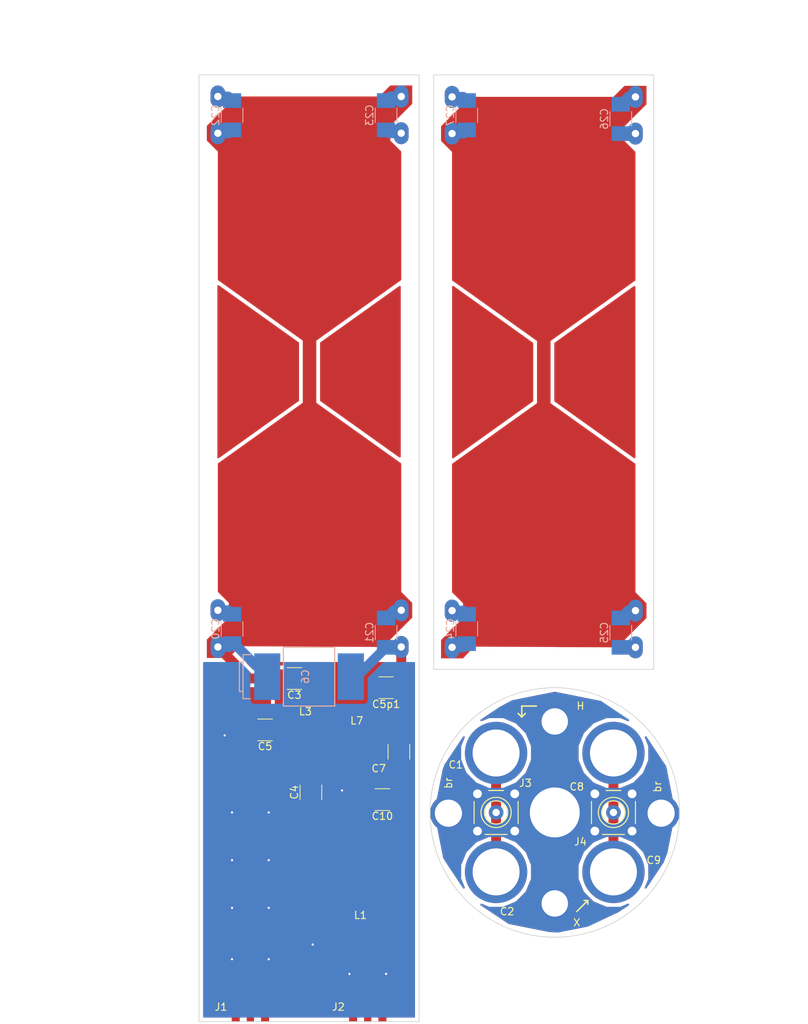
<source format=kicad_pcb>
(kicad_pcb (version 4) (host pcbnew 4.0.6)

  (general
    (links 70)
    (no_connects 1)
    (area 80.949999 22.949999 146.550001 152.050001)
    (thickness 1.6)
    (drawings 20)
    (tracks 66)
    (zones 0)
    (modules 46)
    (nets 23)
  )

  (page A4)
  (layers
    (0 F.Cu signal)
    (31 B.Cu signal)
    (32 B.Adhes user)
    (33 F.Adhes user)
    (34 B.Paste user)
    (35 F.Paste user)
    (36 B.SilkS user)
    (37 F.SilkS user)
    (38 B.Mask user)
    (39 F.Mask user)
    (40 Dwgs.User user)
    (41 Cmts.User user)
    (42 Eco1.User user)
    (43 Eco2.User user)
    (44 Edge.Cuts user)
    (45 Margin user)
    (46 B.CrtYd user)
    (47 F.CrtYd user)
    (48 B.Fab user)
    (49 F.Fab user)
  )

  (setup
    (last_trace_width 1.35)
    (trace_clearance 0.2)
    (zone_clearance 0.508)
    (zone_45_only no)
    (trace_min 0.2)
    (segment_width 0.2)
    (edge_width 0.1)
    (via_size 0.6)
    (via_drill 0.4)
    (via_min_size 0.4)
    (via_min_drill 0.3)
    (uvia_size 0.3)
    (uvia_drill 0.1)
    (uvias_allowed no)
    (uvia_min_size 0.2)
    (uvia_min_drill 0.1)
    (pcb_text_width 0.3)
    (pcb_text_size 1.5 1.5)
    (mod_edge_width 0.15)
    (mod_text_size 1 1)
    (mod_text_width 0.15)
    (pad_size 7 7)
    (pad_drill 6.8)
    (pad_to_mask_clearance 0)
    (aux_axis_origin 0 0)
    (visible_elements FFFEFF3F)
    (pcbplotparams
      (layerselection 0x01000_00000001)
      (usegerberextensions true)
      (excludeedgelayer true)
      (linewidth 0.100000)
      (plotframeref false)
      (viasonmask false)
      (mode 1)
      (useauxorigin false)
      (hpglpennumber 1)
      (hpglpenspeed 20)
      (hpglpendiameter 15)
      (hpglpenoverlay 2)
      (psnegative false)
      (psa4output false)
      (plotreference true)
      (plotvalue true)
      (plotinvisibletext false)
      (padsonsilk false)
      (subtractmaskfromsilk false)
      (outputformat 1)
      (mirror false)
      (drillshape 0)
      (scaleselection 1)
      (outputdirectory ""))
  )

  (net 0 "")
  (net 1 "Net-(C1-Pad1)")
  (net 2 GND)
  (net 3 "Net-(C3-Pad1)")
  (net 4 "Net-(C20-Pad2)")
  (net 5 "Net-(C5-Pad2)")
  (net 6 "Net-(C21-Pad2)")
  (net 7 "Net-(C10-Pad1)")
  (net 8 "Net-(C8-Pad1)")
  (net 9 "Net-(C20-Pad1)")
  (net 10 "Net-(C21-Pad1)")
  (net 11 "Net-(C22-Pad1)")
  (net 12 "Net-(C22-Pad2)")
  (net 13 "Net-(C23-Pad1)")
  (net 14 "Net-(C23-Pad2)")
  (net 15 "Net-(C24-Pad1)")
  (net 16 "Net-(C24-Pad2)")
  (net 17 "Net-(C25-Pad1)")
  (net 18 "Net-(C25-Pad2)")
  (net 19 "Net-(C26-Pad1)")
  (net 20 "Net-(C26-Pad2)")
  (net 21 "Net-(C27-Pad1)")
  (net 22 "Net-(C27-Pad2)")

  (net_class Default "This is the default net class."
    (clearance 0.2)
    (trace_width 1.35)
    (via_dia 0.6)
    (via_drill 0.4)
    (uvia_dia 0.3)
    (uvia_drill 0.1)
    (add_net GND)
    (add_net "Net-(C1-Pad1)")
    (add_net "Net-(C10-Pad1)")
    (add_net "Net-(C20-Pad1)")
    (add_net "Net-(C20-Pad2)")
    (add_net "Net-(C21-Pad1)")
    (add_net "Net-(C21-Pad2)")
    (add_net "Net-(C22-Pad1)")
    (add_net "Net-(C22-Pad2)")
    (add_net "Net-(C23-Pad1)")
    (add_net "Net-(C23-Pad2)")
    (add_net "Net-(C24-Pad1)")
    (add_net "Net-(C24-Pad2)")
    (add_net "Net-(C25-Pad1)")
    (add_net "Net-(C25-Pad2)")
    (add_net "Net-(C26-Pad1)")
    (add_net "Net-(C26-Pad2)")
    (add_net "Net-(C27-Pad1)")
    (add_net "Net-(C27-Pad2)")
    (add_net "Net-(C3-Pad1)")
    (add_net "Net-(C5-Pad2)")
    (add_net "Net-(C8-Pad1)")
  )

  (module UtzGroup:NMAT_25HV (layer F.Cu) (tedit 59E8C012) (tstamp 59E87145)
    (at 121.5 131.5)
    (path /59984240)
    (fp_text reference C2 (at 1.5 5.5) (layer F.SilkS)
      (effects (font (size 1 1) (thickness 0.15)))
    )
    (fp_text value C_Variable (at -0.1 -6.9) (layer F.Fab)
      (effects (font (size 1 1) (thickness 0.15)))
    )
    (pad 1 thru_hole circle (at 0 0.1) (size 8.5 8.5) (drill 6.4) (layers *.Cu *.Mask)
      (net 1 "Net-(C1-Pad1)") (clearance 0.5))
    (pad 2 smd rect (at 8 -1) (size 3 3) (layers F.Cu F.Paste F.Mask)
      (net 2 GND) (clearance 0.5) (zone_connect 2))
  )

  (module UtzGroup:SMP_RA (layer F.Cu) (tedit 59EDD25B) (tstamp 59E8725F)
    (at 104 149)
    (path /59983C0D)
    (fp_text reference J2 (at -4 1) (layer F.SilkS)
      (effects (font (size 1 1) (thickness 0.15)))
    )
    (fp_text value SMB_JACK (at 6.5 2.5) (layer F.Fab)
      (effects (font (size 1 1) (thickness 0.15)))
    )
    (pad 2 smd rect (at 2 1.5) (size 1.1 3) (layers F.Cu F.Paste F.Mask)
      (net 2 GND) (zone_connect 2))
    (pad 2 smd rect (at -2 1.5) (size 1.1 3) (layers F.Cu F.Paste F.Mask)
      (net 2 GND) (zone_connect 2))
    (pad 1 smd rect (at 0 1.5) (size 1 3) (layers F.Cu F.Paste F.Mask)
      (net 7 "Net-(C10-Pad1)"))
  )

  (module UtzGroup:RG402_TRHU (layer F.Cu) (tedit 59EDD38B) (tstamp 59E8BC93)
    (at 144 123.5 90)
    (path /5998433E)
    (fp_text reference br (at 3.5 -0.5 90) (layer F.SilkS)
      (effects (font (size 1 1) (thickness 0.15)))
    )
    (fp_text value CONN_COAXIAL (at 0.1 -4.4 90) (layer F.Fab)
      (effects (font (size 1 1) (thickness 0.15)))
    )
    (pad 2 thru_hole circle (at -0.1 0 90) (size 5 5) (drill 3.7) (layers *.Cu *.Mask)
      (net 2 GND) (clearance 0.5) (zone_connect 2))
  )

  (module UtzGroup:RG402_TRHU (layer F.Cu) (tedit 59E8C5C5) (tstamp 59E8BBC5)
    (at 115 123.5 90)
    (path /5998433E)
    (fp_text reference br (at 4 0 90) (layer F.SilkS)
      (effects (font (size 1 1) (thickness 0.15)))
    )
    (fp_text value CONN_COAXIAL (at 0.1 -4.4 90) (layer F.Fab)
      (effects (font (size 1 1) (thickness 0.15)))
    )
    (pad 2 thru_hole circle (at -0.1 0 90) (size 5 5) (drill 3.7) (layers *.Cu *.Mask)
      (net 2 GND) (clearance 0.5) (zone_connect 2))
  )

  (module UtzGroup:TLP_75x25_7x1.5_v1 (layer F.Cu) (tedit 599C40E7) (tstamp 59E872B9)
    (at 114 24.5)
    (path /59972213)
    (fp_text reference U2 (at -11.43 -11.43) (layer F.SilkS) hide
      (effects (font (thickness 0.3)))
    )
    (fp_text value TLP-plane (at -10.16 -15.24) (layer F.SilkS) hide
      (effects (font (thickness 0.3)))
    )
    (fp_poly (pts (xy 0 75.5) (xy 3 72.5) (xy 3 70.5) (xy 1.5 69)
      (xy 1.5 51.5) (xy 13.08 43.23) (xy 13.08 34.76) (xy 1.5 26.5)
      (xy 1.5 9) (xy 0 7.5) (xy 0 5.5) (xy 4 1.5)
      (xy 23.5 1.5) (xy 25 0) (xy 28 0) (xy 28 2.5)
      (xy 25 5.5) (xy 25 7.5) (xy 26.5 9) (xy 26.5 26.5)
      (xy 14.92 34.76) (xy 14.92 43.24) (xy 26.5 51.5) (xy 26.5 69)
      (xy 28 70.5) (xy 28 72.5) (xy 24 76.5) (xy 4.5 76.4)
      (xy 3 78) (xy 0 78)) (layer F.Cu) (width 0.01))
    (pad 1 thru_hole oval (at 1.5 1.5) (size 2 3) (drill 1) (layers *.Cu *.Mask)
      (net 21 "Net-(C27-Pad1)"))
    (pad 2 thru_hole oval (at 1.5 6.5) (size 2 3) (drill 1) (layers *.Cu *.Mask)
      (net 22 "Net-(C27-Pad2)"))
    (pad 3 thru_hole oval (at 26.5 1.5) (size 2 3) (drill 1) (layers *.Cu *.Mask)
      (net 19 "Net-(C26-Pad1)"))
    (pad 4 thru_hole oval (at 26.5 6.5) (size 2 3) (drill 1) (layers *.Cu *.Mask)
      (net 20 "Net-(C26-Pad2)"))
    (pad 5 thru_hole oval (at 1.5 71.5) (size 2 3) (drill 1) (layers *.Cu *.Mask)
      (net 15 "Net-(C24-Pad1)"))
    (pad 6 thru_hole oval (at 1.5 76.5) (size 2 3) (drill 1) (layers *.Cu *.Mask)
      (net 16 "Net-(C24-Pad2)"))
    (pad 7 thru_hole oval (at 26.5 71.5) (size 2 3) (drill 1) (layers *.Cu *.Mask)
      (net 17 "Net-(C25-Pad1)"))
    (pad 8 thru_hole oval (at 26.5 76.5) (size 2 3) (drill 1) (layers *.Cu *.Mask)
      (net 18 "Net-(C25-Pad2)"))
  )

  (module UtzGroup:TLP_75x25_7x1.5_v1 (layer F.Cu) (tedit 599C40E7) (tstamp 59E872AC)
    (at 82.068 24.448)
    (path /599721A5)
    (fp_text reference U1 (at -11.43 -11.43) (layer F.SilkS) hide
      (effects (font (thickness 0.3)))
    )
    (fp_text value TLP-plane (at -10.16 -15.24) (layer F.SilkS) hide
      (effects (font (thickness 0.3)))
    )
    (fp_poly (pts (xy 0 75.5) (xy 3 72.5) (xy 3 70.5) (xy 1.5 69)
      (xy 1.5 51.5) (xy 13.08 43.23) (xy 13.08 34.76) (xy 1.5 26.5)
      (xy 1.5 9) (xy 0 7.5) (xy 0 5.5) (xy 4 1.5)
      (xy 23.5 1.5) (xy 25 0) (xy 28 0) (xy 28 2.5)
      (xy 25 5.5) (xy 25 7.5) (xy 26.5 9) (xy 26.5 26.5)
      (xy 14.92 34.76) (xy 14.92 43.24) (xy 26.5 51.5) (xy 26.5 69)
      (xy 28 70.5) (xy 28 72.5) (xy 24 76.5) (xy 4.5 76.4)
      (xy 3 78) (xy 0 78)) (layer F.Cu) (width 0.01))
    (pad 1 thru_hole oval (at 1.5 1.5) (size 2 3) (drill 1) (layers *.Cu *.Mask)
      (net 11 "Net-(C22-Pad1)"))
    (pad 2 thru_hole oval (at 1.5 6.5) (size 2 3) (drill 1) (layers *.Cu *.Mask)
      (net 12 "Net-(C22-Pad2)"))
    (pad 3 thru_hole oval (at 26.5 1.5) (size 2 3) (drill 1) (layers *.Cu *.Mask)
      (net 13 "Net-(C23-Pad1)"))
    (pad 4 thru_hole oval (at 26.5 6.5) (size 2 3) (drill 1) (layers *.Cu *.Mask)
      (net 14 "Net-(C23-Pad2)"))
    (pad 5 thru_hole oval (at 1.5 71.5) (size 2 3) (drill 1) (layers *.Cu *.Mask)
      (net 9 "Net-(C20-Pad1)"))
    (pad 6 thru_hole oval (at 1.5 76.5) (size 2 3) (drill 1) (layers *.Cu *.Mask)
      (net 4 "Net-(C20-Pad2)"))
    (pad 7 thru_hole oval (at 26.5 71.5) (size 2 3) (drill 1) (layers *.Cu *.Mask)
      (net 10 "Net-(C21-Pad1)"))
    (pad 8 thru_hole oval (at 26.5 76.5) (size 2 3) (drill 1) (layers *.Cu *.Mask)
      (net 6 "Net-(C21-Pad2)"))
  )

  (module Capacitors_SMD:C_1210_HandSoldering (layer F.Cu) (tedit 58AA84FB) (tstamp 59E87178)
    (at 90 112.25 180)
    (descr "Capacitor SMD 1210, hand soldering")
    (tags "capacitor 1210")
    (path /59983876)
    (attr smd)
    (fp_text reference C5 (at 0 -2.25 180) (layer F.SilkS)
      (effects (font (size 1 1) (thickness 0.15)))
    )
    (fp_text value C (at 0 2.5 180) (layer F.Fab)
      (effects (font (size 1 1) (thickness 0.15)))
    )
    (fp_text user %R (at 0 -2.25 180) (layer F.Fab)
      (effects (font (size 1 1) (thickness 0.15)))
    )
    (fp_line (start -1.6 1.25) (end -1.6 -1.25) (layer F.Fab) (width 0.1))
    (fp_line (start 1.6 1.25) (end -1.6 1.25) (layer F.Fab) (width 0.1))
    (fp_line (start 1.6 -1.25) (end 1.6 1.25) (layer F.Fab) (width 0.1))
    (fp_line (start -1.6 -1.25) (end 1.6 -1.25) (layer F.Fab) (width 0.1))
    (fp_line (start 1 -1.48) (end -1 -1.48) (layer F.SilkS) (width 0.12))
    (fp_line (start -1 1.48) (end 1 1.48) (layer F.SilkS) (width 0.12))
    (fp_line (start -3.25 -1.5) (end 3.25 -1.5) (layer F.CrtYd) (width 0.05))
    (fp_line (start -3.25 -1.5) (end -3.25 1.5) (layer F.CrtYd) (width 0.05))
    (fp_line (start 3.25 1.5) (end 3.25 -1.5) (layer F.CrtYd) (width 0.05))
    (fp_line (start 3.25 1.5) (end -3.25 1.5) (layer F.CrtYd) (width 0.05))
    (pad 1 smd rect (at -2 0 180) (size 2 2.5) (layers F.Cu F.Paste F.Mask)
      (net 4 "Net-(C20-Pad2)"))
    (pad 2 smd rect (at 2 0 180) (size 2 2.5) (layers F.Cu F.Paste F.Mask)
      (net 5 "Net-(C5-Pad2)"))
    (model Capacitors_SMD.3dshapes/C_1210.wrl
      (at (xyz 0 0 0))
      (scale (xyz 1 1 1))
      (rotate (xyz 0 0 0))
    )
  )

  (module UtzGroup:NMAT_25HV (layer F.Cu) (tedit 59E8BE15) (tstamp 59E8713F)
    (at 121.5 115.5 180)
    (path /5998412D)
    (fp_text reference C1 (at 5.5 -1.5 180) (layer F.SilkS)
      (effects (font (size 1 1) (thickness 0.15)))
    )
    (fp_text value C_Variable (at -0.1 -6.9 180) (layer F.Fab)
      (effects (font (size 1 1) (thickness 0.15)))
    )
    (pad 1 thru_hole circle (at 0 0.1 180) (size 8.5 8.5) (drill 6.4) (layers *.Cu *.Mask)
      (net 1 "Net-(C1-Pad1)") (clearance 0.5))
  )

  (module Capacitors_SMD:C_1210_HandSoldering (layer F.Cu) (tedit 58AA84FB) (tstamp 59E87156)
    (at 94 105.25 180)
    (descr "Capacitor SMD 1210, hand soldering")
    (tags "capacitor 1210")
    (path /59E77F20)
    (attr smd)
    (fp_text reference C3 (at 0 -2.25 180) (layer F.SilkS)
      (effects (font (size 1 1) (thickness 0.15)))
    )
    (fp_text value C (at 0 2.5 180) (layer F.Fab)
      (effects (font (size 1 1) (thickness 0.15)))
    )
    (fp_text user %R (at 0 -2.25 180) (layer F.Fab)
      (effects (font (size 1 1) (thickness 0.15)))
    )
    (fp_line (start -1.6 1.25) (end -1.6 -1.25) (layer F.Fab) (width 0.1))
    (fp_line (start 1.6 1.25) (end -1.6 1.25) (layer F.Fab) (width 0.1))
    (fp_line (start 1.6 -1.25) (end 1.6 1.25) (layer F.Fab) (width 0.1))
    (fp_line (start -1.6 -1.25) (end 1.6 -1.25) (layer F.Fab) (width 0.1))
    (fp_line (start 1 -1.48) (end -1 -1.48) (layer F.SilkS) (width 0.12))
    (fp_line (start -1 1.48) (end 1 1.48) (layer F.SilkS) (width 0.12))
    (fp_line (start -3.25 -1.5) (end 3.25 -1.5) (layer F.CrtYd) (width 0.05))
    (fp_line (start -3.25 -1.5) (end -3.25 1.5) (layer F.CrtYd) (width 0.05))
    (fp_line (start 3.25 1.5) (end 3.25 -1.5) (layer F.CrtYd) (width 0.05))
    (fp_line (start 3.25 1.5) (end -3.25 1.5) (layer F.CrtYd) (width 0.05))
    (pad 1 smd rect (at -2 0 180) (size 2 2.5) (layers F.Cu F.Paste F.Mask)
      (net 3 "Net-(C3-Pad1)"))
    (pad 2 smd rect (at 2 0 180) (size 2 2.5) (layers F.Cu F.Paste F.Mask)
      (net 4 "Net-(C20-Pad2)"))
    (model Capacitors_SMD.3dshapes/C_1210.wrl
      (at (xyz 0 0 0))
      (scale (xyz 1 1 1))
      (rotate (xyz 0 0 0))
    )
  )

  (module Capacitors_SMD:C_1210_HandSoldering (layer F.Cu) (tedit 59E8A757) (tstamp 59E87167)
    (at 96.25 120.75 90)
    (descr "Capacitor SMD 1210, hand soldering")
    (tags "capacitor 1210")
    (path /59E797DB)
    (attr smd)
    (fp_text reference C4 (at 0 -2.25 90) (layer F.SilkS)
      (effects (font (size 1 1) (thickness 0.15)))
    )
    (fp_text value C (at 0 2.5 90) (layer F.Fab)
      (effects (font (size 1 1) (thickness 0.15)))
    )
    (fp_text user %R (at 0 -2.25 90) (layer F.Fab)
      (effects (font (size 1 1) (thickness 0.15)))
    )
    (fp_line (start -1.6 1.25) (end -1.6 -1.25) (layer F.Fab) (width 0.1))
    (fp_line (start 1.6 1.25) (end -1.6 1.25) (layer F.Fab) (width 0.1))
    (fp_line (start 1.6 -1.25) (end 1.6 1.25) (layer F.Fab) (width 0.1))
    (fp_line (start -1.6 -1.25) (end 1.6 -1.25) (layer F.Fab) (width 0.1))
    (fp_line (start 1 -1.48) (end -1 -1.48) (layer F.SilkS) (width 0.12))
    (fp_line (start -1 1.48) (end 1 1.48) (layer F.SilkS) (width 0.12))
    (fp_line (start -3.25 -1.5) (end 3.25 -1.5) (layer F.CrtYd) (width 0.05))
    (fp_line (start -3.25 -1.5) (end -3.25 1.5) (layer F.CrtYd) (width 0.05))
    (fp_line (start 3.25 1.5) (end 3.25 -1.5) (layer F.CrtYd) (width 0.05))
    (fp_line (start 3.25 1.5) (end -3.25 1.5) (layer F.CrtYd) (width 0.05))
    (pad 1 smd rect (at -2 0 90) (size 2 2.5) (layers F.Cu F.Paste F.Mask)
      (net 2 GND) (zone_connect 2))
    (pad 2 smd rect (at 2 0 90) (size 2 2.5) (layers F.Cu F.Paste F.Mask)
      (net 3 "Net-(C3-Pad1)"))
    (model Capacitors_SMD.3dshapes/C_1210.wrl
      (at (xyz 0 0 0))
      (scale (xyz 1 1 1))
      (rotate (xyz 0 0 0))
    )
  )

  (module Capacitors_SMD:C_1210_HandSoldering (layer F.Cu) (tedit 59E8AA37) (tstamp 59E87189)
    (at 106.5 106.5 180)
    (descr "Capacitor SMD 1210, hand soldering")
    (tags "capacitor 1210")
    (path /599838C5)
    (attr smd)
    (fp_text reference C5p1 (at 0 -2.25 180) (layer F.SilkS)
      (effects (font (size 1 1) (thickness 0.15)))
    )
    (fp_text value C (at 0 2.5 180) (layer F.Fab)
      (effects (font (size 1 1) (thickness 0.15)))
    )
    (fp_text user %R (at 0 -2.25 180) (layer F.Fab)
      (effects (font (size 1 1) (thickness 0.15)))
    )
    (fp_line (start -1.6 1.25) (end -1.6 -1.25) (layer F.Fab) (width 0.1))
    (fp_line (start 1.6 1.25) (end -1.6 1.25) (layer F.Fab) (width 0.1))
    (fp_line (start 1.6 -1.25) (end 1.6 1.25) (layer F.Fab) (width 0.1))
    (fp_line (start -1.6 -1.25) (end 1.6 -1.25) (layer F.Fab) (width 0.1))
    (fp_line (start 1 -1.48) (end -1 -1.48) (layer F.SilkS) (width 0.12))
    (fp_line (start -1 1.48) (end 1 1.48) (layer F.SilkS) (width 0.12))
    (fp_line (start -3.25 -1.5) (end 3.25 -1.5) (layer F.CrtYd) (width 0.05))
    (fp_line (start -3.25 -1.5) (end -3.25 1.5) (layer F.CrtYd) (width 0.05))
    (fp_line (start 3.25 1.5) (end 3.25 -1.5) (layer F.CrtYd) (width 0.05))
    (fp_line (start 3.25 1.5) (end -3.25 1.5) (layer F.CrtYd) (width 0.05))
    (pad 1 smd rect (at -2 0 180) (size 2 2.5) (layers F.Cu F.Paste F.Mask)
      (net 6 "Net-(C21-Pad2)"))
    (pad 2 smd rect (at 2 0 180) (size 2 2.5) (layers F.Cu F.Paste F.Mask)
      (net 2 GND) (zone_connect 2))
    (model Capacitors_SMD.3dshapes/C_1210.wrl
      (at (xyz 0 0 0))
      (scale (xyz 1 1 1))
      (rotate (xyz 0 0 0))
    )
  )

  (module UtzGroup:VOLTRONICS_NMAJ25HV (layer B.Cu) (tedit 599BECEF) (tstamp 59E8719B)
    (at 96 105 90)
    (path /59983E22)
    (fp_text reference C6 (at 0 -0.5 90) (layer B.SilkS)
      (effects (font (size 1 1) (thickness 0.15)) (justify mirror))
    )
    (fp_text value C_Variable (at 0 0.5 90) (layer B.Fab) hide
      (effects (font (size 1 1) (thickness 0.15)) (justify mirror))
    )
    (fp_line (start -2 -9) (end -2 -9.5) (layer B.SilkS) (width 0.15))
    (fp_line (start -2 -9.5) (end 2 -9.5) (layer B.SilkS) (width 0.15))
    (fp_line (start 2 -9.5) (end 2 -9) (layer B.SilkS) (width 0.15))
    (fp_line (start -4 3) (end -4 3.5) (layer B.SilkS) (width 0.15))
    (fp_line (start -4 3.5) (end 4 3.5) (layer B.SilkS) (width 0.15))
    (fp_line (start 4 3.5) (end 4 -3.5) (layer B.SilkS) (width 0.15))
    (fp_line (start 4 -3.5) (end -4 -3.5) (layer B.SilkS) (width 0.15))
    (fp_line (start -4 -3.5) (end -4 -3) (layer B.SilkS) (width 0.15))
    (fp_line (start -3 -8) (end -3 -9) (layer B.SilkS) (width 0.15))
    (fp_line (start -3 -9) (end 3 -9) (layer B.SilkS) (width 0.15))
    (fp_line (start 3 -9) (end 3 -8) (layer B.SilkS) (width 0.15))
    (fp_line (start -4 -3) (end -4 3) (layer B.SilkS) (width 0.15))
    (pad 1 smd rect (at 0 -5.7 90) (size 6.35 3.56) (layers B.Cu B.Paste B.Mask)
      (net 4 "Net-(C20-Pad2)"))
    (pad 2 smd rect (at 0 5.7 90) (size 6.35 3.56) (layers B.Cu B.Paste B.Mask)
      (net 6 "Net-(C21-Pad2)"))
  )

  (module Capacitors_SMD:C_1210_HandSoldering (layer F.Cu) (tedit 59EDD2FF) (tstamp 59E871AC)
    (at 108.25 115.25 270)
    (descr "Capacitor SMD 1210, hand soldering")
    (tags "capacitor 1210")
    (path /59E7B1FB)
    (attr smd)
    (fp_text reference C7 (at 2.25 2.75 360) (layer F.SilkS)
      (effects (font (size 1 1) (thickness 0.15)))
    )
    (fp_text value C (at 0 2.5 270) (layer F.Fab)
      (effects (font (size 1 1) (thickness 0.15)))
    )
    (fp_text user %R (at 0 -2.25 270) (layer F.Fab)
      (effects (font (size 1 1) (thickness 0.15)))
    )
    (fp_line (start -1.6 1.25) (end -1.6 -1.25) (layer F.Fab) (width 0.1))
    (fp_line (start 1.6 1.25) (end -1.6 1.25) (layer F.Fab) (width 0.1))
    (fp_line (start 1.6 -1.25) (end 1.6 1.25) (layer F.Fab) (width 0.1))
    (fp_line (start -1.6 -1.25) (end 1.6 -1.25) (layer F.Fab) (width 0.1))
    (fp_line (start 1 -1.48) (end -1 -1.48) (layer F.SilkS) (width 0.12))
    (fp_line (start -1 1.48) (end 1 1.48) (layer F.SilkS) (width 0.12))
    (fp_line (start -3.25 -1.5) (end 3.25 -1.5) (layer F.CrtYd) (width 0.05))
    (fp_line (start -3.25 -1.5) (end -3.25 1.5) (layer F.CrtYd) (width 0.05))
    (fp_line (start 3.25 1.5) (end 3.25 -1.5) (layer F.CrtYd) (width 0.05))
    (fp_line (start 3.25 1.5) (end -3.25 1.5) (layer F.CrtYd) (width 0.05))
    (pad 1 smd rect (at -2 0 270) (size 2 2.5) (layers F.Cu F.Paste F.Mask)
      (net 6 "Net-(C21-Pad2)"))
    (pad 2 smd rect (at 2 0 270) (size 2 2.5) (layers F.Cu F.Paste F.Mask)
      (net 7 "Net-(C10-Pad1)"))
    (model Capacitors_SMD.3dshapes/C_1210.wrl
      (at (xyz 0 0 0))
      (scale (xyz 1 1 1))
      (rotate (xyz 0 0 0))
    )
  )

  (module UtzGroup:NMAT_25HV (layer F.Cu) (tedit 59E9B862) (tstamp 59E871B2)
    (at 137.5 115.5 180)
    (path /599BF3F5)
    (fp_text reference C8 (at 5 -4.5 180) (layer F.SilkS)
      (effects (font (size 1 1) (thickness 0.15)))
    )
    (fp_text value C_Variable (at -0.1 -6.9 180) (layer F.Fab)
      (effects (font (size 1 1) (thickness 0.15)))
    )
    (pad 1 thru_hole circle (at 0 0.1 180) (size 8.5 8.5) (drill 6.4) (layers *.Cu *.Mask)
      (net 8 "Net-(C8-Pad1)") (clearance 0.5))
    (pad 2 smd rect (at 8 -1.5 180) (size 3 3) (layers F.Cu F.Paste F.Mask)
      (net 2 GND) (clearance 0.5) (zone_connect 2))
  )

  (module UtzGroup:NMAT_25HV (layer F.Cu) (tedit 59E8BE33) (tstamp 59E871B8)
    (at 137.5 131.5)
    (path /599BF2F3)
    (fp_text reference C9 (at 5.5 -1.5) (layer F.SilkS)
      (effects (font (size 1 1) (thickness 0.15)))
    )
    (fp_text value C_Variable (at -0.1 -6.9) (layer F.Fab)
      (effects (font (size 1 1) (thickness 0.15)))
    )
    (pad 1 thru_hole circle (at 0 0.1) (size 8.5 8.5) (drill 6.4) (layers *.Cu *.Mask)
      (net 8 "Net-(C8-Pad1)") (clearance 0.5))
  )

  (module Capacitors_SMD:C_1210_HandSoldering (layer F.Cu) (tedit 59E8A931) (tstamp 59E871C9)
    (at 106 121.75 180)
    (descr "Capacitor SMD 1210, hand soldering")
    (tags "capacitor 1210")
    (path /59E7A14B)
    (attr smd)
    (fp_text reference C10 (at 0 -2.25 180) (layer F.SilkS)
      (effects (font (size 1 1) (thickness 0.15)))
    )
    (fp_text value C (at 0 2.5 180) (layer F.Fab)
      (effects (font (size 1 1) (thickness 0.15)))
    )
    (fp_text user %R (at 0 -2.25 180) (layer F.Fab)
      (effects (font (size 1 1) (thickness 0.15)))
    )
    (fp_line (start -1.6 1.25) (end -1.6 -1.25) (layer F.Fab) (width 0.1))
    (fp_line (start 1.6 1.25) (end -1.6 1.25) (layer F.Fab) (width 0.1))
    (fp_line (start 1.6 -1.25) (end 1.6 1.25) (layer F.Fab) (width 0.1))
    (fp_line (start -1.6 -1.25) (end 1.6 -1.25) (layer F.Fab) (width 0.1))
    (fp_line (start 1 -1.48) (end -1 -1.48) (layer F.SilkS) (width 0.12))
    (fp_line (start -1 1.48) (end 1 1.48) (layer F.SilkS) (width 0.12))
    (fp_line (start -3.25 -1.5) (end 3.25 -1.5) (layer F.CrtYd) (width 0.05))
    (fp_line (start -3.25 -1.5) (end -3.25 1.5) (layer F.CrtYd) (width 0.05))
    (fp_line (start 3.25 1.5) (end 3.25 -1.5) (layer F.CrtYd) (width 0.05))
    (fp_line (start 3.25 1.5) (end -3.25 1.5) (layer F.CrtYd) (width 0.05))
    (pad 1 smd rect (at -2 0 180) (size 2 2.5) (layers F.Cu F.Paste F.Mask)
      (net 7 "Net-(C10-Pad1)"))
    (pad 2 smd rect (at 2 0 180) (size 2 2.5) (layers F.Cu F.Paste F.Mask)
      (net 2 GND) (zone_connect 2))
    (model Capacitors_SMD.3dshapes/C_1210.wrl
      (at (xyz 0 0 0))
      (scale (xyz 1 1 1))
      (rotate (xyz 0 0 0))
    )
  )

  (module Capacitors_SMD:C_1210_HandSoldering (layer B.Cu) (tedit 58AA84FB) (tstamp 59E871DA)
    (at 85.5 98.5 270)
    (descr "Capacitor SMD 1210, hand soldering")
    (tags "capacitor 1210")
    (path /59974B7D)
    (attr smd)
    (fp_text reference C20 (at 0 2.25 270) (layer B.SilkS)
      (effects (font (size 1 1) (thickness 0.15)) (justify mirror))
    )
    (fp_text value C (at 0 -2.5 270) (layer B.Fab)
      (effects (font (size 1 1) (thickness 0.15)) (justify mirror))
    )
    (fp_text user %R (at 0 2.25 270) (layer B.Fab)
      (effects (font (size 1 1) (thickness 0.15)) (justify mirror))
    )
    (fp_line (start -1.6 -1.25) (end -1.6 1.25) (layer B.Fab) (width 0.1))
    (fp_line (start 1.6 -1.25) (end -1.6 -1.25) (layer B.Fab) (width 0.1))
    (fp_line (start 1.6 1.25) (end 1.6 -1.25) (layer B.Fab) (width 0.1))
    (fp_line (start -1.6 1.25) (end 1.6 1.25) (layer B.Fab) (width 0.1))
    (fp_line (start 1 1.48) (end -1 1.48) (layer B.SilkS) (width 0.12))
    (fp_line (start -1 -1.48) (end 1 -1.48) (layer B.SilkS) (width 0.12))
    (fp_line (start -3.25 1.5) (end 3.25 1.5) (layer B.CrtYd) (width 0.05))
    (fp_line (start -3.25 1.5) (end -3.25 -1.5) (layer B.CrtYd) (width 0.05))
    (fp_line (start 3.25 -1.5) (end 3.25 1.5) (layer B.CrtYd) (width 0.05))
    (fp_line (start 3.25 -1.5) (end -3.25 -1.5) (layer B.CrtYd) (width 0.05))
    (pad 1 smd rect (at -2 0 270) (size 2 2.5) (layers B.Cu B.Paste B.Mask)
      (net 9 "Net-(C20-Pad1)"))
    (pad 2 smd rect (at 2 0 270) (size 2 2.5) (layers B.Cu B.Paste B.Mask)
      (net 4 "Net-(C20-Pad2)"))
    (model Capacitors_SMD.3dshapes/C_1210.wrl
      (at (xyz 0 0 0))
      (scale (xyz 1 1 1))
      (rotate (xyz 0 0 0))
    )
  )

  (module Capacitors_SMD:C_1210_HandSoldering (layer B.Cu) (tedit 58AA84FB) (tstamp 59E871EB)
    (at 106.5 99 270)
    (descr "Capacitor SMD 1210, hand soldering")
    (tags "capacitor 1210")
    (path /59974B3F)
    (attr smd)
    (fp_text reference C21 (at 0 2.25 270) (layer B.SilkS)
      (effects (font (size 1 1) (thickness 0.15)) (justify mirror))
    )
    (fp_text value C (at 0 -2.5 270) (layer B.Fab)
      (effects (font (size 1 1) (thickness 0.15)) (justify mirror))
    )
    (fp_text user %R (at 0 2.25 270) (layer B.Fab)
      (effects (font (size 1 1) (thickness 0.15)) (justify mirror))
    )
    (fp_line (start -1.6 -1.25) (end -1.6 1.25) (layer B.Fab) (width 0.1))
    (fp_line (start 1.6 -1.25) (end -1.6 -1.25) (layer B.Fab) (width 0.1))
    (fp_line (start 1.6 1.25) (end 1.6 -1.25) (layer B.Fab) (width 0.1))
    (fp_line (start -1.6 1.25) (end 1.6 1.25) (layer B.Fab) (width 0.1))
    (fp_line (start 1 1.48) (end -1 1.48) (layer B.SilkS) (width 0.12))
    (fp_line (start -1 -1.48) (end 1 -1.48) (layer B.SilkS) (width 0.12))
    (fp_line (start -3.25 1.5) (end 3.25 1.5) (layer B.CrtYd) (width 0.05))
    (fp_line (start -3.25 1.5) (end -3.25 -1.5) (layer B.CrtYd) (width 0.05))
    (fp_line (start 3.25 -1.5) (end 3.25 1.5) (layer B.CrtYd) (width 0.05))
    (fp_line (start 3.25 -1.5) (end -3.25 -1.5) (layer B.CrtYd) (width 0.05))
    (pad 1 smd rect (at -2 0 270) (size 2 2.5) (layers B.Cu B.Paste B.Mask)
      (net 10 "Net-(C21-Pad1)"))
    (pad 2 smd rect (at 2 0 270) (size 2 2.5) (layers B.Cu B.Paste B.Mask)
      (net 6 "Net-(C21-Pad2)"))
    (model Capacitors_SMD.3dshapes/C_1210.wrl
      (at (xyz 0 0 0))
      (scale (xyz 1 1 1))
      (rotate (xyz 0 0 0))
    )
  )

  (module Capacitors_SMD:C_1210_HandSoldering (layer B.Cu) (tedit 58AA84FB) (tstamp 59E871FC)
    (at 85.5 28.5 270)
    (descr "Capacitor SMD 1210, hand soldering")
    (tags "capacitor 1210")
    (path /59974A04)
    (attr smd)
    (fp_text reference C22 (at 0 2.25 270) (layer B.SilkS)
      (effects (font (size 1 1) (thickness 0.15)) (justify mirror))
    )
    (fp_text value C (at 0 -2.5 270) (layer B.Fab)
      (effects (font (size 1 1) (thickness 0.15)) (justify mirror))
    )
    (fp_text user %R (at 0 2.25 270) (layer B.Fab)
      (effects (font (size 1 1) (thickness 0.15)) (justify mirror))
    )
    (fp_line (start -1.6 -1.25) (end -1.6 1.25) (layer B.Fab) (width 0.1))
    (fp_line (start 1.6 -1.25) (end -1.6 -1.25) (layer B.Fab) (width 0.1))
    (fp_line (start 1.6 1.25) (end 1.6 -1.25) (layer B.Fab) (width 0.1))
    (fp_line (start -1.6 1.25) (end 1.6 1.25) (layer B.Fab) (width 0.1))
    (fp_line (start 1 1.48) (end -1 1.48) (layer B.SilkS) (width 0.12))
    (fp_line (start -1 -1.48) (end 1 -1.48) (layer B.SilkS) (width 0.12))
    (fp_line (start -3.25 1.5) (end 3.25 1.5) (layer B.CrtYd) (width 0.05))
    (fp_line (start -3.25 1.5) (end -3.25 -1.5) (layer B.CrtYd) (width 0.05))
    (fp_line (start 3.25 -1.5) (end 3.25 1.5) (layer B.CrtYd) (width 0.05))
    (fp_line (start 3.25 -1.5) (end -3.25 -1.5) (layer B.CrtYd) (width 0.05))
    (pad 1 smd rect (at -2 0 270) (size 2 2.5) (layers B.Cu B.Paste B.Mask)
      (net 11 "Net-(C22-Pad1)"))
    (pad 2 smd rect (at 2 0 270) (size 2 2.5) (layers B.Cu B.Paste B.Mask)
      (net 12 "Net-(C22-Pad2)"))
    (model Capacitors_SMD.3dshapes/C_1210.wrl
      (at (xyz 0 0 0))
      (scale (xyz 1 1 1))
      (rotate (xyz 0 0 0))
    )
  )

  (module Capacitors_SMD:C_1210_HandSoldering (layer B.Cu) (tedit 58AA84FB) (tstamp 59E8720D)
    (at 106.5 28.5 270)
    (descr "Capacitor SMD 1210, hand soldering")
    (tags "capacitor 1210")
    (path /59974AD3)
    (attr smd)
    (fp_text reference C23 (at 0 2.25 270) (layer B.SilkS)
      (effects (font (size 1 1) (thickness 0.15)) (justify mirror))
    )
    (fp_text value C (at 0 -2.5 270) (layer B.Fab)
      (effects (font (size 1 1) (thickness 0.15)) (justify mirror))
    )
    (fp_text user %R (at 0 2.25 270) (layer B.Fab)
      (effects (font (size 1 1) (thickness 0.15)) (justify mirror))
    )
    (fp_line (start -1.6 -1.25) (end -1.6 1.25) (layer B.Fab) (width 0.1))
    (fp_line (start 1.6 -1.25) (end -1.6 -1.25) (layer B.Fab) (width 0.1))
    (fp_line (start 1.6 1.25) (end 1.6 -1.25) (layer B.Fab) (width 0.1))
    (fp_line (start -1.6 1.25) (end 1.6 1.25) (layer B.Fab) (width 0.1))
    (fp_line (start 1 1.48) (end -1 1.48) (layer B.SilkS) (width 0.12))
    (fp_line (start -1 -1.48) (end 1 -1.48) (layer B.SilkS) (width 0.12))
    (fp_line (start -3.25 1.5) (end 3.25 1.5) (layer B.CrtYd) (width 0.05))
    (fp_line (start -3.25 1.5) (end -3.25 -1.5) (layer B.CrtYd) (width 0.05))
    (fp_line (start 3.25 -1.5) (end 3.25 1.5) (layer B.CrtYd) (width 0.05))
    (fp_line (start 3.25 -1.5) (end -3.25 -1.5) (layer B.CrtYd) (width 0.05))
    (pad 1 smd rect (at -2 0 270) (size 2 2.5) (layers B.Cu B.Paste B.Mask)
      (net 13 "Net-(C23-Pad1)"))
    (pad 2 smd rect (at 2 0 270) (size 2 2.5) (layers B.Cu B.Paste B.Mask)
      (net 14 "Net-(C23-Pad2)"))
    (model Capacitors_SMD.3dshapes/C_1210.wrl
      (at (xyz 0 0 0))
      (scale (xyz 1 1 1))
      (rotate (xyz 0 0 0))
    )
  )

  (module Capacitors_SMD:C_1210_HandSoldering (layer B.Cu) (tedit 58AA84FB) (tstamp 59E8721E)
    (at 117.5 98.5 270)
    (descr "Capacitor SMD 1210, hand soldering")
    (tags "capacitor 1210")
    (path /59974BB9)
    (attr smd)
    (fp_text reference C24 (at 0 2.25 270) (layer B.SilkS)
      (effects (font (size 1 1) (thickness 0.15)) (justify mirror))
    )
    (fp_text value C (at 0 -2.5 270) (layer B.Fab)
      (effects (font (size 1 1) (thickness 0.15)) (justify mirror))
    )
    (fp_text user %R (at 0 2.25 270) (layer B.Fab)
      (effects (font (size 1 1) (thickness 0.15)) (justify mirror))
    )
    (fp_line (start -1.6 -1.25) (end -1.6 1.25) (layer B.Fab) (width 0.1))
    (fp_line (start 1.6 -1.25) (end -1.6 -1.25) (layer B.Fab) (width 0.1))
    (fp_line (start 1.6 1.25) (end 1.6 -1.25) (layer B.Fab) (width 0.1))
    (fp_line (start -1.6 1.25) (end 1.6 1.25) (layer B.Fab) (width 0.1))
    (fp_line (start 1 1.48) (end -1 1.48) (layer B.SilkS) (width 0.12))
    (fp_line (start -1 -1.48) (end 1 -1.48) (layer B.SilkS) (width 0.12))
    (fp_line (start -3.25 1.5) (end 3.25 1.5) (layer B.CrtYd) (width 0.05))
    (fp_line (start -3.25 1.5) (end -3.25 -1.5) (layer B.CrtYd) (width 0.05))
    (fp_line (start 3.25 -1.5) (end 3.25 1.5) (layer B.CrtYd) (width 0.05))
    (fp_line (start 3.25 -1.5) (end -3.25 -1.5) (layer B.CrtYd) (width 0.05))
    (pad 1 smd rect (at -2 0 270) (size 2 2.5) (layers B.Cu B.Paste B.Mask)
      (net 15 "Net-(C24-Pad1)"))
    (pad 2 smd rect (at 2 0 270) (size 2 2.5) (layers B.Cu B.Paste B.Mask)
      (net 16 "Net-(C24-Pad2)"))
    (model Capacitors_SMD.3dshapes/C_1210.wrl
      (at (xyz 0 0 0))
      (scale (xyz 1 1 1))
      (rotate (xyz 0 0 0))
    )
  )

  (module Capacitors_SMD:C_1210_HandSoldering (layer B.Cu) (tedit 58AA84FB) (tstamp 59E8722F)
    (at 138.5 99 270)
    (descr "Capacitor SMD 1210, hand soldering")
    (tags "capacitor 1210")
    (path /59974BEA)
    (attr smd)
    (fp_text reference C25 (at 0 2.25 270) (layer B.SilkS)
      (effects (font (size 1 1) (thickness 0.15)) (justify mirror))
    )
    (fp_text value C (at 0 -2.5 270) (layer B.Fab)
      (effects (font (size 1 1) (thickness 0.15)) (justify mirror))
    )
    (fp_text user %R (at 0 2.25 270) (layer B.Fab)
      (effects (font (size 1 1) (thickness 0.15)) (justify mirror))
    )
    (fp_line (start -1.6 -1.25) (end -1.6 1.25) (layer B.Fab) (width 0.1))
    (fp_line (start 1.6 -1.25) (end -1.6 -1.25) (layer B.Fab) (width 0.1))
    (fp_line (start 1.6 1.25) (end 1.6 -1.25) (layer B.Fab) (width 0.1))
    (fp_line (start -1.6 1.25) (end 1.6 1.25) (layer B.Fab) (width 0.1))
    (fp_line (start 1 1.48) (end -1 1.48) (layer B.SilkS) (width 0.12))
    (fp_line (start -1 -1.48) (end 1 -1.48) (layer B.SilkS) (width 0.12))
    (fp_line (start -3.25 1.5) (end 3.25 1.5) (layer B.CrtYd) (width 0.05))
    (fp_line (start -3.25 1.5) (end -3.25 -1.5) (layer B.CrtYd) (width 0.05))
    (fp_line (start 3.25 -1.5) (end 3.25 1.5) (layer B.CrtYd) (width 0.05))
    (fp_line (start 3.25 -1.5) (end -3.25 -1.5) (layer B.CrtYd) (width 0.05))
    (pad 1 smd rect (at -2 0 270) (size 2 2.5) (layers B.Cu B.Paste B.Mask)
      (net 17 "Net-(C25-Pad1)"))
    (pad 2 smd rect (at 2 0 270) (size 2 2.5) (layers B.Cu B.Paste B.Mask)
      (net 18 "Net-(C25-Pad2)"))
    (model Capacitors_SMD.3dshapes/C_1210.wrl
      (at (xyz 0 0 0))
      (scale (xyz 1 1 1))
      (rotate (xyz 0 0 0))
    )
  )

  (module Capacitors_SMD:C_1210_HandSoldering (layer B.Cu) (tedit 58AA84FB) (tstamp 59E87240)
    (at 138.5 29 270)
    (descr "Capacitor SMD 1210, hand soldering")
    (tags "capacitor 1210")
    (path /59974C2D)
    (attr smd)
    (fp_text reference C26 (at 0 2.25 270) (layer B.SilkS)
      (effects (font (size 1 1) (thickness 0.15)) (justify mirror))
    )
    (fp_text value C (at 0 -2.5 270) (layer B.Fab)
      (effects (font (size 1 1) (thickness 0.15)) (justify mirror))
    )
    (fp_text user %R (at 0 2.25 270) (layer B.Fab)
      (effects (font (size 1 1) (thickness 0.15)) (justify mirror))
    )
    (fp_line (start -1.6 -1.25) (end -1.6 1.25) (layer B.Fab) (width 0.1))
    (fp_line (start 1.6 -1.25) (end -1.6 -1.25) (layer B.Fab) (width 0.1))
    (fp_line (start 1.6 1.25) (end 1.6 -1.25) (layer B.Fab) (width 0.1))
    (fp_line (start -1.6 1.25) (end 1.6 1.25) (layer B.Fab) (width 0.1))
    (fp_line (start 1 1.48) (end -1 1.48) (layer B.SilkS) (width 0.12))
    (fp_line (start -1 -1.48) (end 1 -1.48) (layer B.SilkS) (width 0.12))
    (fp_line (start -3.25 1.5) (end 3.25 1.5) (layer B.CrtYd) (width 0.05))
    (fp_line (start -3.25 1.5) (end -3.25 -1.5) (layer B.CrtYd) (width 0.05))
    (fp_line (start 3.25 -1.5) (end 3.25 1.5) (layer B.CrtYd) (width 0.05))
    (fp_line (start 3.25 -1.5) (end -3.25 -1.5) (layer B.CrtYd) (width 0.05))
    (pad 1 smd rect (at -2 0 270) (size 2 2.5) (layers B.Cu B.Paste B.Mask)
      (net 19 "Net-(C26-Pad1)"))
    (pad 2 smd rect (at 2 0 270) (size 2 2.5) (layers B.Cu B.Paste B.Mask)
      (net 20 "Net-(C26-Pad2)"))
    (model Capacitors_SMD.3dshapes/C_1210.wrl
      (at (xyz 0 0 0))
      (scale (xyz 1 1 1))
      (rotate (xyz 0 0 0))
    )
  )

  (module Capacitors_SMD:C_1210_HandSoldering (layer B.Cu) (tedit 58AA84FB) (tstamp 59E87251)
    (at 117.5 28.5 270)
    (descr "Capacitor SMD 1210, hand soldering")
    (tags "capacitor 1210")
    (path /59974B10)
    (attr smd)
    (fp_text reference C27 (at 0 2.25 270) (layer B.SilkS)
      (effects (font (size 1 1) (thickness 0.15)) (justify mirror))
    )
    (fp_text value C (at 0 -2.5 270) (layer B.Fab)
      (effects (font (size 1 1) (thickness 0.15)) (justify mirror))
    )
    (fp_text user %R (at 0 2.25 270) (layer B.Fab)
      (effects (font (size 1 1) (thickness 0.15)) (justify mirror))
    )
    (fp_line (start -1.6 -1.25) (end -1.6 1.25) (layer B.Fab) (width 0.1))
    (fp_line (start 1.6 -1.25) (end -1.6 -1.25) (layer B.Fab) (width 0.1))
    (fp_line (start 1.6 1.25) (end 1.6 -1.25) (layer B.Fab) (width 0.1))
    (fp_line (start -1.6 1.25) (end 1.6 1.25) (layer B.Fab) (width 0.1))
    (fp_line (start 1 1.48) (end -1 1.48) (layer B.SilkS) (width 0.12))
    (fp_line (start -1 -1.48) (end 1 -1.48) (layer B.SilkS) (width 0.12))
    (fp_line (start -3.25 1.5) (end 3.25 1.5) (layer B.CrtYd) (width 0.05))
    (fp_line (start -3.25 1.5) (end -3.25 -1.5) (layer B.CrtYd) (width 0.05))
    (fp_line (start 3.25 -1.5) (end 3.25 1.5) (layer B.CrtYd) (width 0.05))
    (fp_line (start 3.25 -1.5) (end -3.25 -1.5) (layer B.CrtYd) (width 0.05))
    (pad 1 smd rect (at -2 0 270) (size 2 2.5) (layers B.Cu B.Paste B.Mask)
      (net 21 "Net-(C27-Pad1)"))
    (pad 2 smd rect (at 2 0 270) (size 2 2.5) (layers B.Cu B.Paste B.Mask)
      (net 22 "Net-(C27-Pad2)"))
    (model Capacitors_SMD.3dshapes/C_1210.wrl
      (at (xyz 0 0 0))
      (scale (xyz 1 1 1))
      (rotate (xyz 0 0 0))
    )
  )

  (module UtzGroup:SMP_RA (layer F.Cu) (tedit 59EDD26A) (tstamp 59E87258)
    (at 88 149)
    (path /59983B5D)
    (fp_text reference J1 (at -4 1) (layer F.SilkS)
      (effects (font (size 1 1) (thickness 0.15)))
    )
    (fp_text value SMB_JACK (at 6.5 2.5) (layer F.Fab)
      (effects (font (size 1 1) (thickness 0.15)))
    )
    (pad 2 smd rect (at 2 1.5) (size 1.1 3) (layers F.Cu F.Paste F.Mask)
      (net 2 GND) (zone_connect 2))
    (pad 2 smd rect (at -2 1.5) (size 1.1 3) (layers F.Cu F.Paste F.Mask)
      (net 2 GND) (zone_connect 2))
    (pad 1 smd rect (at 0 1.5) (size 1 3) (layers F.Cu F.Paste F.Mask)
      (net 5 "Net-(C5-Pad2)"))
  )

  (module UtzGroup:SMA_TH (layer F.Cu) (tedit 59EDD3D0) (tstamp 59E8726F)
    (at 121.5 123.5)
    (path /59983C67)
    (fp_text reference J3 (at 4 -4) (layer F.SilkS)
      (effects (font (size 1 1) (thickness 0.15)))
    )
    (fp_text value SMB_SOCKET (at -7.5 -3.5) (layer F.Fab)
      (effects (font (size 1 1) (thickness 0.15)))
    )
    (fp_line (start -3 1.5) (end -3 -1.5) (layer F.SilkS) (width 0.15))
    (fp_line (start 1.5 3) (end -1.5 3) (layer F.SilkS) (width 0.15))
    (fp_line (start 3 -1.5) (end 3 1.5) (layer F.SilkS) (width 0.15))
    (fp_line (start -1 -3) (end 1 -3) (layer F.SilkS) (width 0.15))
    (fp_line (start 1 -3) (end -1 -3) (layer F.SilkS) (width 0.15))
    (fp_circle (center 0 0) (end 2 0.5) (layer F.SilkS) (width 0.15))
    (fp_circle (center 0 0) (end 1.5 0.5) (layer F.SilkS) (width 0.15))
    (pad 2 thru_hole circle (at 2.54 -2.54) (size 2 2) (drill 1.2) (layers *.Cu *.Mask)
      (net 2 GND) (zone_connect 2))
    (pad 2 thru_hole circle (at 2.54 2.54) (size 2 2) (drill 1.2) (layers *.Cu *.Mask)
      (net 2 GND) (zone_connect 2))
    (pad 2 thru_hole circle (at -2.54 2.54) (size 2 2) (drill 1.2) (layers *.Cu *.Mask)
      (net 2 GND) (zone_connect 2))
    (pad 2 thru_hole circle (at -2.54 -2.54) (size 2 2) (drill 1.2) (layers *.Cu *.Mask)
      (net 2 GND) (zone_connect 2))
    (pad 1 thru_hole circle (at 0 0) (size 2 2) (drill 1) (layers *.Cu *.Mask)
      (net 1 "Net-(C1-Pad1)"))
  )

  (module UtzGroup:SMA_TH (layer F.Cu) (tedit 59EDD3D5) (tstamp 59E8727F)
    (at 137.5 123.5)
    (path /599BF399)
    (fp_text reference J4 (at -4.5 4) (layer F.SilkS)
      (effects (font (size 1 1) (thickness 0.15)))
    )
    (fp_text value SMB_SOCKET (at -7.5 -3.5) (layer F.Fab)
      (effects (font (size 1 1) (thickness 0.15)))
    )
    (fp_line (start -3 1.5) (end -3 -1.5) (layer F.SilkS) (width 0.15))
    (fp_line (start 1.5 3) (end -1.5 3) (layer F.SilkS) (width 0.15))
    (fp_line (start 3 -1.5) (end 3 1.5) (layer F.SilkS) (width 0.15))
    (fp_line (start -1 -3) (end 1 -3) (layer F.SilkS) (width 0.15))
    (fp_line (start 1 -3) (end -1 -3) (layer F.SilkS) (width 0.15))
    (fp_circle (center 0 0) (end 2 0.5) (layer F.SilkS) (width 0.15))
    (fp_circle (center 0 0) (end 1.5 0.5) (layer F.SilkS) (width 0.15))
    (pad 2 thru_hole circle (at 2.54 -2.54) (size 2 2) (drill 1.2) (layers *.Cu *.Mask)
      (net 2 GND) (zone_connect 2))
    (pad 2 thru_hole circle (at 2.54 2.54) (size 2 2) (drill 1.2) (layers *.Cu *.Mask)
      (net 2 GND) (zone_connect 2))
    (pad 2 thru_hole circle (at -2.54 2.54) (size 2 2) (drill 1.2) (layers *.Cu *.Mask)
      (net 2 GND) (zone_connect 2))
    (pad 2 thru_hole circle (at -2.54 -2.54) (size 2 2) (drill 1.2) (layers *.Cu *.Mask)
      (net 2 GND) (zone_connect 2))
    (pad 1 thru_hole circle (at 0 0) (size 2 2) (drill 1) (layers *.Cu *.Mask)
      (net 8 "Net-(C8-Pad1)"))
  )

  (module UtzGroup:RG402_TRHU (layer F.Cu) (tedit 59EDD146) (tstamp 59E87285)
    (at 129.5 111 90)
    (path /5998433E)
    (fp_text reference H (at 2 3.5 180) (layer F.SilkS)
      (effects (font (size 1 1) (thickness 0.15)))
    )
    (fp_text value CONN_COAXIAL (at 0.1 -4.4 90) (layer F.Fab)
      (effects (font (size 1 1) (thickness 0.15)))
    )
    (pad 2 thru_hole circle (at -0.1 0 90) (size 5 5) (drill 3.6) (layers *.Cu *.Mask)
      (net 2 GND) (clearance 0.5) (zone_connect 2))
  )

  (module UtzGroup:RG402_TRHU (layer F.Cu) (tedit 59E8C671) (tstamp 59E8728B)
    (at 129.5 136 270)
    (path /599BF348)
    (fp_text reference X (at 2.5 -3 360) (layer F.SilkS)
      (effects (font (size 1 1) (thickness 0.15)))
    )
    (fp_text value CONN_COAXIAL (at 0.1 -4.4 270) (layer F.Fab)
      (effects (font (size 1 1) (thickness 0.15)))
    )
    (pad 2 thru_hole circle (at -0.1 0 270) (size 5 5) (drill 3.6) (layers *.Cu *.Mask)
      (net 2 GND) (clearance 0.5) (zone_connect 2))
  )

  (module UtzGroup:IND_COILCRAFT_1212VS (layer F.Cu) (tedit 59EDD1A9) (tstamp 59E87293)
    (at 103 132)
    (path /59E79B43)
    (fp_text reference L1 (at 0 5.5) (layer F.SilkS)
      (effects (font (size 1 1) (thickness 0.15)))
    )
    (fp_text value L (at 0 -8.9) (layer F.Fab)
      (effects (font (size 1 1) (thickness 0.15)))
    )
    (fp_arc (start 0 -1.2) (end 0 4.3) (angle 30) (layer F.CrtYd) (width 0.15))
    (fp_arc (start -0.1 -1.2) (end 0.1 -7.2) (angle 45) (layer F.CrtYd) (width 0.15))
    (pad 1 smd rect (at -4.4 0) (size 3.3 9.02) (layers F.Cu F.Paste F.Mask)
      (net 2 GND) (zone_connect 2))
    (pad 2 smd rect (at 4.4 0.1) (size 3.3 9.02) (layers F.Cu F.Paste F.Mask)
      (net 7 "Net-(C10-Pad1)"))
  )

  (module UtzGroup:IND_908SQ-17N (layer F.Cu) (tedit 59E89DA9) (tstamp 59E87299)
    (at 95.5 112.25)
    (path /59E78553)
    (fp_text reference L3 (at 0 -2.5) (layer F.SilkS)
      (effects (font (size 1 1) (thickness 0.15)))
    )
    (fp_text value L (at 0 -3.5) (layer F.Fab) hide
      (effects (font (size 1 1) (thickness 0.15)))
    )
    (pad 1 smd rect (at -0.9 0) (size 0.64 2.8) (layers F.Cu F.Paste F.Mask)
      (net 4 "Net-(C20-Pad2)"))
    (pad 2 smd rect (at 0.9 0) (size 0.64 2.8) (layers F.Cu F.Paste F.Mask)
      (net 3 "Net-(C3-Pad1)"))
  )

  (module UtzGroup:IND_908SQ-17N (layer F.Cu) (tedit 59E89DAC) (tstamp 59E8729F)
    (at 102.5 113.5)
    (path /59E7BF90)
    (fp_text reference L7 (at 0 -2.5) (layer F.SilkS)
      (effects (font (size 1 1) (thickness 0.15)))
    )
    (fp_text value L (at 0 -3.5) (layer F.Fab) hide
      (effects (font (size 1 1) (thickness 0.15)))
    )
    (pad 1 smd rect (at -0.9 0) (size 0.64 2.8) (layers F.Cu F.Paste F.Mask)
      (net 7 "Net-(C10-Pad1)"))
    (pad 2 smd rect (at 0.9 0) (size 0.64 2.8) (layers F.Cu F.Paste F.Mask)
      (net 6 "Net-(C21-Pad2)"))
  )

  (module UtzGroup:via_0.6mm (layer F.Cu) (tedit 59EDD046) (tstamp 59EDC1F7)
    (at 85.5 123.5)
    (fp_text reference REF** (at 0 1.27) (layer F.SilkS) hide
      (effects (font (size 1 1) (thickness 0.15)))
    )
    (fp_text value via_0.6mm (at 0 -1.27) (layer F.Fab) hide
      (effects (font (size 1 1) (thickness 0.15)))
    )
    (pad 1 thru_hole circle (at 0 0) (size 0.6 0.6) (drill 0.3) (layers *.Cu)
      (net 2 GND) (zone_connect 2))
  )

  (module UtzGroup:via_0.6mm (layer F.Cu) (tedit 59EDD074) (tstamp 59EDC200)
    (at 85.5 130)
    (fp_text reference REF** (at 0 1.27) (layer F.SilkS) hide
      (effects (font (size 1 1) (thickness 0.15)))
    )
    (fp_text value via_0.6mm (at 0 -1.27) (layer F.Fab) hide
      (effects (font (size 1 1) (thickness 0.15)))
    )
    (pad 1 thru_hole circle (at 0 0) (size 0.6 0.6) (drill 0.3) (layers *.Cu)
      (net 2 GND) (zone_connect 2))
  )

  (module UtzGroup:via_0.6mm (layer F.Cu) (tedit 59EDD08D) (tstamp 59EDC209)
    (at 85.5 136.5)
    (fp_text reference REF** (at 0 1.27) (layer F.SilkS) hide
      (effects (font (size 1 1) (thickness 0.15)))
    )
    (fp_text value via_0.6mm (at 0 -1.27) (layer F.Fab) hide
      (effects (font (size 1 1) (thickness 0.15)))
    )
    (pad 1 thru_hole circle (at 0 0) (size 0.6 0.6) (drill 0.3) (layers *.Cu)
      (net 2 GND) (zone_connect 2))
  )

  (module UtzGroup:via_0.6mm (layer F.Cu) (tedit 59EDD0A5) (tstamp 59EDC212)
    (at 85.5 143.5)
    (fp_text reference REF** (at 0 1.27) (layer F.SilkS) hide
      (effects (font (size 1 1) (thickness 0.15)))
    )
    (fp_text value via_0.6mm (at 0 -1.27) (layer F.Fab) hide
      (effects (font (size 1 1) (thickness 0.15)))
    )
    (pad 1 thru_hole circle (at 0 0) (size 0.6 0.6) (drill 0.3) (layers *.Cu)
      (net 2 GND) (zone_connect 2))
  )

  (module UtzGroup:via_0.6mm (layer F.Cu) (tedit 59EDD059) (tstamp 59EDC21B)
    (at 90.5 123.5)
    (fp_text reference REF** (at 0 1.27) (layer F.SilkS) hide
      (effects (font (size 1 1) (thickness 0.15)))
    )
    (fp_text value via_0.6mm (at 0 -1.27) (layer F.Fab) hide
      (effects (font (size 1 1) (thickness 0.15)))
    )
    (pad 1 thru_hole circle (at 0 0) (size 0.6 0.6) (drill 0.3) (layers *.Cu)
      (net 2 GND) (zone_connect 2))
  )

  (module UtzGroup:via_0.6mm (layer F.Cu) (tedit 59EDD07E) (tstamp 59EDC224)
    (at 90.5 130)
    (fp_text reference REF** (at 0 1.27) (layer F.SilkS) hide
      (effects (font (size 1 1) (thickness 0.15)))
    )
    (fp_text value via_0.6mm (at 0 -1.27) (layer F.Fab) hide
      (effects (font (size 1 1) (thickness 0.15)))
    )
    (pad 1 thru_hole circle (at 0 0) (size 0.6 0.6) (drill 0.3) (layers *.Cu)
      (net 2 GND) (zone_connect 2))
  )

  (module UtzGroup:via_0.6mm (layer F.Cu) (tedit 59EDD099) (tstamp 59EDC22D)
    (at 90.5 136.5)
    (fp_text reference REF** (at 0 1.27) (layer F.SilkS) hide
      (effects (font (size 1 1) (thickness 0.15)))
    )
    (fp_text value via_0.6mm (at 0 -1.27) (layer F.Fab) hide
      (effects (font (size 1 1) (thickness 0.15)))
    )
    (pad 1 thru_hole circle (at 0 0) (size 0.6 0.6) (drill 0.3) (layers *.Cu)
      (net 2 GND) (zone_connect 2))
  )

  (module UtzGroup:via_0.6mm (layer F.Cu) (tedit 59EDD0AF) (tstamp 59EDC236)
    (at 90.5 143.5)
    (fp_text reference REF** (at 0 1.27) (layer F.SilkS) hide
      (effects (font (size 1 1) (thickness 0.15)))
    )
    (fp_text value via_0.6mm (at 0 -1.27) (layer F.Fab) hide
      (effects (font (size 1 1) (thickness 0.15)))
    )
    (pad 1 thru_hole circle (at 0 0) (size 0.6 0.6) (drill 0.3) (layers *.Cu)
      (net 2 GND) (zone_connect 2))
  )

  (module UtzGroup:via_0.6mm (layer F.Cu) (tedit 59EDD0C5) (tstamp 59EDC23F)
    (at 101.5 145.5)
    (fp_text reference REF** (at 0 1.27) (layer F.SilkS) hide
      (effects (font (size 1 1) (thickness 0.15)))
    )
    (fp_text value via_0.6mm (at 0 -1.27) (layer F.Fab) hide
      (effects (font (size 1 1) (thickness 0.15)))
    )
    (pad 1 thru_hole circle (at 0 0) (size 0.6 0.6) (drill 0.3) (layers *.Cu)
      (net 2 GND) (zone_connect 2))
  )

  (module UtzGroup:via_0.6mm (layer F.Cu) (tedit 59EDD0CF) (tstamp 59EDC248)
    (at 106.5 145.5)
    (fp_text reference REF** (at 0 1.27) (layer F.SilkS) hide
      (effects (font (size 1 1) (thickness 0.15)))
    )
    (fp_text value via_0.6mm (at 0 -1.27) (layer F.Fab) hide
      (effects (font (size 1 1) (thickness 0.15)))
    )
    (pad 1 thru_hole circle (at 0 0) (size 0.6 0.6) (drill 0.3) (layers *.Cu)
      (net 2 GND) (zone_connect 2))
  )

  (module UtzGroup:via_0.6mm (layer F.Cu) (tedit 59EDD0BB) (tstamp 59EDC251)
    (at 96.5 141.5)
    (fp_text reference REF** (at 0 1.27) (layer F.SilkS) hide
      (effects (font (size 1 1) (thickness 0.15)))
    )
    (fp_text value via_0.6mm (at 0 -1.27) (layer F.Fab) hide
      (effects (font (size 1 1) (thickness 0.15)))
    )
    (pad 1 thru_hole circle (at 0 0) (size 0.6 0.6) (drill 0.3) (layers *.Cu)
      (net 2 GND) (zone_connect 2))
  )

  (module UtzGroup:via_0.6mm (layer F.Cu) (tedit 59EDD065) (tstamp 59EDC25A)
    (at 100.5 120.5)
    (fp_text reference REF** (at 0 1.27) (layer F.SilkS) hide
      (effects (font (size 1 1) (thickness 0.15)))
    )
    (fp_text value via_0.6mm (at 0 -1.27) (layer F.Fab) hide
      (effects (font (size 1 1) (thickness 0.15)))
    )
    (pad 1 thru_hole circle (at 0 0) (size 0.6 0.6) (drill 0.3) (layers *.Cu)
      (net 2 GND) (zone_connect 2))
  )

  (module UtzGroup:via_0.6mm (layer F.Cu) (tedit 59EDD03E) (tstamp 59EDC263)
    (at 84.5 113)
    (fp_text reference REF** (at 0 1.27) (layer F.SilkS) hide
      (effects (font (size 1 1) (thickness 0.15)))
    )
    (fp_text value via_0.6mm (at 0 -1.27) (layer F.Fab) hide
      (effects (font (size 1 1) (thickness 0.15)))
    )
    (pad 1 thru_hole circle (at 0 0) (size 0.6 0.6) (drill 0.3) (layers *.Cu)
      (net 2 GND) (zone_connect 2))
  )

  (module UtzGroup:via_0.6mm (layer F.Cu) (tedit 59EDD3F3) (tstamp 59EDD0A0)
    (at 129.5 123.5)
    (fp_text reference REF** (at 0 1.27) (layer F.SilkS) hide
      (effects (font (size 1 1) (thickness 0.15)))
    )
    (fp_text value via_0.6mm (at 0 -1.27) (layer F.Fab) hide
      (effects (font (size 1 1) (thickness 0.15)))
    )
    (pad 1 thru_hole circle (at 0 0) (size 7 7) (drill 6.8) (layers *.Cu)
      (net 2 GND) (zone_connect 2))
  )

  (gr_line (start 134 135.5) (end 134 136) (angle 90) (layer F.SilkS) (width 0.2))
  (gr_line (start 134 135.5) (end 133.5 135.5) (angle 90) (layer F.SilkS) (width 0.2))
  (gr_line (start 132.5 137) (end 134 135.5) (angle 90) (layer F.SilkS) (width 0.2))
  (gr_line (start 125 110.5) (end 125.5 110) (angle 90) (layer F.SilkS) (width 0.2))
  (gr_line (start 125 110.5) (end 124.5 110) (angle 90) (layer F.SilkS) (width 0.2))
  (gr_line (start 125 109) (end 125 110.5) (angle 90) (layer F.SilkS) (width 0.2))
  (gr_line (start 127 109) (end 125 109) (angle 90) (layer F.SilkS) (width 0.2))
  (gr_circle (center 129.5 123.5) (end 129.5 106.5) (layer Edge.Cuts) (width 0.1))
  (dimension 129 (width 0.3) (layer Eco2.User)
    (gr_text "129.000 mm" (at 60.15 87.5 270) (layer Eco2.User)
      (effects (font (size 1.5 1.5) (thickness 0.3)))
    )
    (feature1 (pts (xy 70 152) (xy 58.8 152)))
    (feature2 (pts (xy 70 23) (xy 58.8 23)))
    (crossbar (pts (xy 61.5 23) (xy 61.5 152)))
    (arrow1a (pts (xy 61.5 152) (xy 60.913579 150.873496)))
    (arrow1b (pts (xy 61.5 152) (xy 62.086421 150.873496)))
    (arrow2a (pts (xy 61.5 23) (xy 60.913579 24.126504)))
    (arrow2b (pts (xy 61.5 23) (xy 62.086421 24.126504)))
  )
  (gr_line (start 113 104) (end 143 104) (angle 90) (layer Edge.Cuts) (width 0.1))
  (gr_line (start 113 23) (end 113 104) (angle 90) (layer Edge.Cuts) (width 0.1))
  (gr_line (start 143 23) (end 143 104) (angle 90) (layer Edge.Cuts) (width 0.1))
  (gr_line (start 113 23) (end 143 23) (angle 90) (layer Edge.Cuts) (width 0.1))
  (dimension 81 (width 0.3) (layer Eco2.User)
    (gr_text "81.000 mm" (at 161.35 63.5 270) (layer Eco2.User)
      (effects (font (size 1.5 1.5) (thickness 0.3)))
    )
    (feature1 (pts (xy 151 104) (xy 162.7 104)))
    (feature2 (pts (xy 151 23) (xy 162.7 23)))
    (crossbar (pts (xy 160 23) (xy 160 104)))
    (arrow1a (pts (xy 160 104) (xy 159.413579 102.873496)))
    (arrow1b (pts (xy 160 104) (xy 160.586421 102.873496)))
    (arrow2a (pts (xy 160 23) (xy 159.413579 24.126504)))
    (arrow2b (pts (xy 160 23) (xy 160.586421 24.126504)))
  )
  (dimension 30 (width 0.3) (layer Eco2.User)
    (gr_text "30.000 mm" (at 128 14.65) (layer Eco2.User)
      (effects (font (size 1.5 1.5) (thickness 0.3)))
    )
    (feature1 (pts (xy 143 21) (xy 143 13.3)))
    (feature2 (pts (xy 113 21) (xy 113 13.3)))
    (crossbar (pts (xy 113 16) (xy 143 16)))
    (arrow1a (pts (xy 143 16) (xy 141.873496 16.586421)))
    (arrow1b (pts (xy 143 16) (xy 141.873496 15.413579)))
    (arrow2a (pts (xy 113 16) (xy 114.126504 16.586421)))
    (arrow2b (pts (xy 113 16) (xy 114.126504 15.413579)))
  )
  (gr_line (start 81 152) (end 111 152) (angle 90) (layer Edge.Cuts) (width 0.1))
  (gr_line (start 81 23) (end 81 152) (angle 90) (layer Edge.Cuts) (width 0.1))
  (gr_line (start 111 23) (end 111 152) (angle 90) (layer Edge.Cuts) (width 0.1))
  (gr_line (start 81 23) (end 111 23) (angle 90) (layer Edge.Cuts) (width 0.1))
  (dimension 30 (width 0.3) (layer Eco2.User)
    (gr_text "30.000 mm" (at 96 15.65) (layer Eco2.User)
      (effects (font (size 1.5 1.5) (thickness 0.3)))
    )
    (feature1 (pts (xy 111 21) (xy 111 14.3)))
    (feature2 (pts (xy 81 21) (xy 81 14.3)))
    (crossbar (pts (xy 81 17) (xy 111 17)))
    (arrow1a (pts (xy 111 17) (xy 109.873496 17.586421)))
    (arrow1b (pts (xy 111 17) (xy 109.873496 16.413579)))
    (arrow2a (pts (xy 81 17) (xy 82.126504 17.586421)))
    (arrow2b (pts (xy 81 17) (xy 82.126504 16.413579)))
  )

  (segment (start 121.5 123.5) (end 121.5 131.6) (width 1.35) (layer F.Cu) (net 1))
  (segment (start 121.5 115.4) (end 121.5 123.5) (width 1.35) (layer F.Cu) (net 1))
  (segment (start 98.6 131.9) (end 98.6 128.9) (width 1) (layer F.Cu) (net 2))
  (segment (start 96.4 112.25) (end 96.4 118.6) (width 1.35) (layer F.Cu) (net 3))
  (segment (start 96.4 118.6) (end 96.25 118.75) (width 1.35) (layer F.Cu) (net 3) (tstamp 59E8AF1F))
  (segment (start 96 105.25) (end 96 108) (width 1.35) (layer F.Cu) (net 3))
  (segment (start 96.4 108.4) (end 96.4 112.25) (width 1.35) (layer F.Cu) (net 3) (tstamp 59E8AEF8))
  (segment (start 96 108) (end 96.4 108.4) (width 1.35) (layer F.Cu) (net 3) (tstamp 59E8AEF7))
  (segment (start 83.568 100.948) (end 85.052 100.948) (width 1.35) (layer B.Cu) (net 4))
  (segment (start 85.052 100.948) (end 85.5 100.5) (width 1.35) (layer B.Cu) (net 4) (tstamp 59E8CA81))
  (segment (start 85.5 100.5) (end 85.8 100.5) (width 1.35) (layer B.Cu) (net 4))
  (segment (start 85.8 100.5) (end 90.3 105) (width 1.35) (layer B.Cu) (net 4) (tstamp 59E8C7D1))
  (segment (start 92 112.25) (end 94.6 112.25) (width 1.35) (layer F.Cu) (net 4))
  (segment (start 92 105.25) (end 87.87 105.25) (width 1.35) (layer F.Cu) (net 4))
  (segment (start 87.87 105.25) (end 83.568 100.948) (width 1.35) (layer F.Cu) (net 4) (tstamp 59E8AEF2))
  (segment (start 92 112.25) (end 92 105.25) (width 1.35) (layer F.Cu) (net 4))
  (segment (start 88 112.25) (end 88 150.5) (width 1.35) (layer F.Cu) (net 5))
  (segment (start 108.568 100.948) (end 106.552 100.948) (width 1.35) (layer B.Cu) (net 6))
  (segment (start 106.552 100.948) (end 106.5 101) (width 1.35) (layer B.Cu) (net 6) (tstamp 59E8CA7E))
  (segment (start 101.7 105) (end 102.5 105) (width 1.35) (layer B.Cu) (net 6))
  (segment (start 102.5 105) (end 106.5 101) (width 1.35) (layer B.Cu) (net 6) (tstamp 59E8C7F3))
  (segment (start 103.4 113.5) (end 108 113.5) (width 1.35) (layer F.Cu) (net 6))
  (segment (start 108 113.5) (end 108.25 113.25) (width 1.35) (layer F.Cu) (net 6) (tstamp 59E8A8B5))
  (segment (start 108.5 106.5) (end 108.5 113) (width 1.35) (layer F.Cu) (net 6))
  (segment (start 108.5 113) (end 108.25 113.25) (width 1.35) (layer F.Cu) (net 6) (tstamp 59E8A898))
  (segment (start 108.568 100.948) (end 108.568 106.432) (width 1.35) (layer F.Cu) (net 6))
  (segment (start 108.568 106.432) (end 108.5 106.5) (width 1.35) (layer F.Cu) (net 6) (tstamp 59E8A895))
  (segment (start 108.568 105.932) (end 108 106.5) (width 1) (layer F.Cu) (net 6) (tstamp 59E89F72))
  (segment (start 107.4 132.1) (end 107.4 140.85) (width 1.35) (layer F.Cu) (net 7))
  (segment (start 104 144.25) (end 104 150.5) (width 1.35) (layer F.Cu) (net 7) (tstamp 59E8A918))
  (segment (start 107.4 140.85) (end 104 144.25) (width 1.35) (layer F.Cu) (net 7) (tstamp 59E8A917))
  (segment (start 108 121.75) (end 108 131.5) (width 1.35) (layer F.Cu) (net 7))
  (segment (start 108 131.5) (end 107.4 132.1) (width 1.35) (layer F.Cu) (net 7) (tstamp 59E8A914))
  (segment (start 108.25 117.25) (end 108.25 121.5) (width 1.35) (layer F.Cu) (net 7))
  (segment (start 108.25 121.5) (end 108 121.75) (width 1.35) (layer F.Cu) (net 7) (tstamp 59E8A911))
  (segment (start 101.6 113.5) (end 101.6 115.85) (width 1.35) (layer F.Cu) (net 7))
  (segment (start 103 117.25) (end 108.25 117.25) (width 1.35) (layer F.Cu) (net 7) (tstamp 59E8A8BC))
  (segment (start 101.6 115.85) (end 103 117.25) (width 1.35) (layer F.Cu) (net 7) (tstamp 59E8A8BA))
  (segment (start 137.5 123.5) (end 137.5 131.6) (width 1.35) (layer F.Cu) (net 8))
  (segment (start 137.5 123.5) (end 137.5 115.4) (width 1.35) (layer F.Cu) (net 8))
  (segment (start 83.568 95.948) (end 84.948 95.948) (width 1.35) (layer B.Cu) (net 9))
  (segment (start 84.948 95.948) (end 85.5 96.5) (width 1.35) (layer B.Cu) (net 9) (tstamp 59E8CA84))
  (segment (start 108.568 95.948) (end 107.552 95.948) (width 1.35) (layer B.Cu) (net 10))
  (segment (start 107.552 95.948) (end 106.5 97) (width 1.35) (layer B.Cu) (net 10) (tstamp 59E8CA7B))
  (segment (start 83.568 25.948) (end 84.948 25.948) (width 1.35) (layer B.Cu) (net 11))
  (segment (start 84.948 25.948) (end 85.5 26.5) (width 1.35) (layer B.Cu) (net 11) (tstamp 59E8CA61))
  (segment (start 83.568 30.948) (end 85.052 30.948) (width 1.35) (layer B.Cu) (net 12))
  (segment (start 85.052 30.948) (end 85.5 30.5) (width 1.35) (layer B.Cu) (net 12) (tstamp 59E8CA68))
  (segment (start 108.568 25.948) (end 107.052 25.948) (width 1.35) (layer B.Cu) (net 13))
  (segment (start 107.052 25.948) (end 106.5 26.5) (width 1.35) (layer B.Cu) (net 13) (tstamp 59E8CA6F))
  (segment (start 108.568 30.948) (end 106.948 30.948) (width 1.35) (layer B.Cu) (net 14))
  (segment (start 106.948 30.948) (end 106.5 30.5) (width 1.35) (layer B.Cu) (net 14) (tstamp 59E8CA76))
  (segment (start 115.5 96) (end 117 96) (width 1.35) (layer B.Cu) (net 15))
  (segment (start 117 96) (end 117.5 96.5) (width 1.35) (layer B.Cu) (net 15) (tstamp 59E8CA8E))
  (segment (start 115.5 101) (end 117 101) (width 1.35) (layer B.Cu) (net 16))
  (segment (start 117 101) (end 117.5 100.5) (width 1.35) (layer B.Cu) (net 16) (tstamp 59E8CA91))
  (segment (start 140.5 96) (end 139.5 96) (width 1.35) (layer B.Cu) (net 17))
  (segment (start 139.5 96) (end 138.5 97) (width 1.35) (layer B.Cu) (net 17) (tstamp 59E8CA98))
  (segment (start 140.5 101) (end 138.5 101) (width 1.35) (layer B.Cu) (net 18))
  (segment (start 140.5 26) (end 139.5 26) (width 1.35) (layer B.Cu) (net 19))
  (segment (start 139.5 26) (end 138.5 27) (width 1.35) (layer B.Cu) (net 19) (tstamp 59E8CAAF))
  (segment (start 140.5 31) (end 138.5 31) (width 1.35) (layer B.Cu) (net 20))
  (segment (start 115.5 26) (end 117 26) (width 1.35) (layer B.Cu) (net 21))
  (segment (start 117 26) (end 117.5 26.5) (width 1.35) (layer B.Cu) (net 21) (tstamp 59E8CAB9))
  (segment (start 115.5 31) (end 117 31) (width 1.35) (layer B.Cu) (net 22))
  (segment (start 117 31) (end 117.5 30.5) (width 1.35) (layer B.Cu) (net 22) (tstamp 59E8CABC))

  (zone (net 0) (net_name "") (layer F.Cu) (tstamp 59E8B696) (hatch edge 0.508)
    (connect_pads (clearance 0.508))
    (min_thickness 0.254)
    (fill yes (arc_segments 16) (thermal_gap 0.508) (thermal_bridge_width 0.508))
    (polygon
      (pts
        (xy 108.5 76) (xy 83.5 76) (xy 83.5 51) (xy 108.5 51)
      )
    )
    (filled_polygon
      (pts
        (xy 94.508 59.53762) (xy 94.508 67.348612) (xy 83.627 75.119412) (xy 83.627 51.776217)
      )
    )
    (filled_polygon
      (pts
        (xy 108.373 75.022775) (xy 97.628 67.358379) (xy 97.628 59.537621) (xy 108.373 51.873225)
      )
    )
  )
  (zone (net 0) (net_name "") (layer F.Cu) (tstamp 59E8B6BF) (hatch edge 0.508)
    (connect_pads (clearance 0.508))
    (min_thickness 0.254)
    (fill yes (arc_segments 16) (thermal_gap 0.508) (thermal_bridge_width 0.508))
    (polygon
      (pts
        (xy 140.5 76) (xy 115.5 76) (xy 115.5 51) (xy 140.5 51)
      )
    )
    (filled_polygon
      (pts
        (xy 140.373 75.123279) (xy 129.56 67.410379) (xy 129.56 59.589621) (xy 140.373 51.876721)
      )
    )
    (filled_polygon
      (pts
        (xy 126.44 59.58962) (xy 126.44 67.400612) (xy 115.627 75.122849) (xy 115.627 51.876721)
      )
    )
  )
  (zone (net 2) (net_name GND) (layer F.Cu) (tstamp 59E9BDA3) (hatch edge 0.508)
    (connect_pads (clearance 0.508))
    (min_thickness 0.254)
    (fill yes (arc_segments 16) (thermal_gap 0.508) (thermal_bridge_width 0.508))
    (polygon
      (pts
        (xy 111 152) (xy 81 152) (xy 81 103) (xy 111 103)
      )
    )
    (filled_polygon
      (pts
        (xy 86.94369 106.17631) (xy 87.368685 106.460282) (xy 87.87 106.56) (xy 90.36385 106.56) (xy 90.396838 106.735317)
        (xy 90.53591 106.951441) (xy 90.69 107.056726) (xy 90.69 110.444895) (xy 90.548559 110.53591) (xy 90.403569 110.74811)
        (xy 90.35256 111) (xy 90.35256 113.5) (xy 90.396838 113.735317) (xy 90.53591 113.951441) (xy 90.74811 114.096431)
        (xy 91 114.14744) (xy 93 114.14744) (xy 93.235317 114.103162) (xy 93.451441 113.96409) (xy 93.596431 113.75189)
        (xy 93.63256 113.57348) (xy 93.63256 113.65) (xy 93.676838 113.885317) (xy 93.81591 114.101441) (xy 94.02811 114.246431)
        (xy 94.28 114.29744) (xy 94.92 114.29744) (xy 95.09 114.265452) (xy 95.09 117.10256) (xy 95 117.10256)
        (xy 94.764683 117.146838) (xy 94.548559 117.28591) (xy 94.403569 117.49811) (xy 94.35256 117.75) (xy 94.35256 119.75)
        (xy 94.396838 119.985317) (xy 94.53591 120.201441) (xy 94.74811 120.346431) (xy 95 120.39744) (xy 97.5 120.39744)
        (xy 97.735317 120.353162) (xy 97.951441 120.21409) (xy 98.096431 120.00189) (xy 98.14744 119.75) (xy 98.14744 117.75)
        (xy 98.103162 117.514683) (xy 97.96409 117.298559) (xy 97.75189 117.153569) (xy 97.71 117.145086) (xy 97.71 108.4)
        (xy 97.610282 107.898685) (xy 97.610282 107.898684) (xy 97.32631 107.47369) (xy 97.31 107.45738) (xy 97.31 107.055105)
        (xy 97.451441 106.96409) (xy 97.596431 106.75189) (xy 97.64744 106.5) (xy 97.64744 104) (xy 97.603162 103.764683)
        (xy 97.46409 103.548559) (xy 97.25189 103.403569) (xy 97 103.35256) (xy 95 103.35256) (xy 94.764683 103.396838)
        (xy 94.548559 103.53591) (xy 94.403569 103.74811) (xy 94.35256 104) (xy 94.35256 106.5) (xy 94.396838 106.735317)
        (xy 94.53591 106.951441) (xy 94.69 107.056726) (xy 94.69 108) (xy 94.789718 108.501315) (xy 95.07369 108.92631)
        (xy 95.09 108.94262) (xy 95.09 110.236986) (xy 94.92 110.20256) (xy 94.28 110.20256) (xy 94.044683 110.246838)
        (xy 93.828559 110.38591) (xy 93.683569 110.59811) (xy 93.63256 110.85) (xy 93.63256 110.92092) (xy 93.603162 110.764683)
        (xy 93.46409 110.548559) (xy 93.31 110.443274) (xy 93.31 107.055105) (xy 93.451441 106.96409) (xy 93.596431 106.75189)
        (xy 93.64744 106.5) (xy 93.64744 104) (xy 93.603162 103.764683) (xy 93.46409 103.548559) (xy 93.25189 103.403569)
        (xy 93 103.35256) (xy 91 103.35256) (xy 90.764683 103.396838) (xy 90.548559 103.53591) (xy 90.403569 103.74811)
        (xy 90.36471 103.94) (xy 88.41262 103.94) (xy 87.59962 103.127) (xy 107.258 103.127) (xy 107.258 104.651138)
        (xy 107.048559 104.78591) (xy 106.903569 104.99811) (xy 106.85256 105.25) (xy 106.85256 107.75) (xy 106.896838 107.985317)
        (xy 107.03591 108.201441) (xy 107.19 108.306726) (xy 107.19 111.60256) (xy 107 111.60256) (xy 106.764683 111.646838)
        (xy 106.548559 111.78591) (xy 106.403569 111.99811) (xy 106.36471 112.19) (xy 104.36744 112.19) (xy 104.36744 112.1)
        (xy 104.323162 111.864683) (xy 104.18409 111.648559) (xy 103.97189 111.503569) (xy 103.72 111.45256) (xy 103.08 111.45256)
        (xy 102.844683 111.496838) (xy 102.628559 111.63591) (xy 102.498467 111.826306) (xy 102.38409 111.648559) (xy 102.17189 111.503569)
        (xy 101.92 111.45256) (xy 101.28 111.45256) (xy 101.044683 111.496838) (xy 100.828559 111.63591) (xy 100.683569 111.84811)
        (xy 100.63256 112.1) (xy 100.63256 112.635246) (xy 100.389718 112.998685) (xy 100.29 113.5) (xy 100.29 115.85)
        (xy 100.389718 116.351315) (xy 100.67369 116.77631) (xy 102.07369 118.17631) (xy 102.498685 118.460282) (xy 103 118.56)
        (xy 106.444895 118.56) (xy 106.53591 118.701441) (xy 106.74811 118.846431) (xy 106.94 118.88529) (xy 106.94 119.86385)
        (xy 106.764683 119.896838) (xy 106.548559 120.03591) (xy 106.403569 120.24811) (xy 106.35256 120.5) (xy 106.35256 123)
        (xy 106.396838 123.235317) (xy 106.53591 123.451441) (xy 106.69 123.556726) (xy 106.69 126.94256) (xy 105.75 126.94256)
        (xy 105.514683 126.986838) (xy 105.298559 127.12591) (xy 105.153569 127.33811) (xy 105.10256 127.59) (xy 105.10256 136.61)
        (xy 105.146838 136.845317) (xy 105.28591 137.061441) (xy 105.49811 137.206431) (xy 105.75 137.25744) (xy 106.09 137.25744)
        (xy 106.09 140.30738) (xy 103.07369 143.32369) (xy 102.789718 143.748685) (xy 102.69 144.25) (xy 102.69 150.5)
        (xy 102.789718 151.001315) (xy 102.85256 151.095365) (xy 102.85256 151.315) (xy 89.14744 151.315) (xy 89.14744 151.095365)
        (xy 89.210282 151.001315) (xy 89.31 150.5) (xy 89.31 114.055105) (xy 89.451441 113.96409) (xy 89.596431 113.75189)
        (xy 89.64744 113.5) (xy 89.64744 111) (xy 89.603162 110.764683) (xy 89.46409 110.548559) (xy 89.25189 110.403569)
        (xy 89 110.35256) (xy 87 110.35256) (xy 86.764683 110.396838) (xy 86.548559 110.53591) (xy 86.403569 110.74811)
        (xy 86.35256 111) (xy 86.35256 113.5) (xy 86.396838 113.735317) (xy 86.53591 113.951441) (xy 86.69 114.056726)
        (xy 86.69 150.5) (xy 86.789718 151.001315) (xy 86.85256 151.095365) (xy 86.85256 151.315) (xy 81.685 151.315)
        (xy 81.685 103.127) (xy 83.89438 103.127)
      )
    )
    (filled_polygon
      (pts
        (xy 110.315 151.315) (xy 105.14744 151.315) (xy 105.14744 151.095365) (xy 105.210282 151.001315) (xy 105.31 150.5)
        (xy 105.31 144.79262) (xy 108.32631 141.77631) (xy 108.610282 141.351315) (xy 108.71 140.85) (xy 108.71 137.25744)
        (xy 109.05 137.25744) (xy 109.285317 137.213162) (xy 109.501441 137.07409) (xy 109.646431 136.86189) (xy 109.69744 136.61)
        (xy 109.69744 127.59) (xy 109.653162 127.354683) (xy 109.51409 127.138559) (xy 109.31 126.99911) (xy 109.31 123.555105)
        (xy 109.451441 123.46409) (xy 109.596431 123.25189) (xy 109.64744 123) (xy 109.64744 120.5) (xy 109.603162 120.264683)
        (xy 109.56 120.197607) (xy 109.56 118.88615) (xy 109.735317 118.853162) (xy 109.951441 118.71409) (xy 110.096431 118.50189)
        (xy 110.14744 118.25) (xy 110.14744 116.25) (xy 110.103162 116.014683) (xy 109.96409 115.798559) (xy 109.75189 115.653569)
        (xy 109.5 115.60256) (xy 107 115.60256) (xy 106.764683 115.646838) (xy 106.548559 115.78591) (xy 106.443274 115.94)
        (xy 103.54262 115.94) (xy 103.15006 115.54744) (xy 103.72 115.54744) (xy 103.955317 115.503162) (xy 104.171441 115.36409)
        (xy 104.316431 115.15189) (xy 104.36744 114.9) (xy 104.36744 114.81) (xy 106.694791 114.81) (xy 106.74811 114.846431)
        (xy 107 114.89744) (xy 109.5 114.89744) (xy 109.735317 114.853162) (xy 109.951441 114.71409) (xy 110.096431 114.50189)
        (xy 110.14744 114.25) (xy 110.14744 112.25) (xy 110.103162 112.014683) (xy 109.96409 111.798559) (xy 109.81 111.693274)
        (xy 109.81 108.305105) (xy 109.951441 108.21409) (xy 110.096431 108.00189) (xy 110.14744 107.75) (xy 110.14744 105.25)
        (xy 110.103162 105.014683) (xy 109.96409 104.798559) (xy 109.878 104.739736) (xy 109.878 103.127) (xy 110.315 103.127)
      )
    )
  )
  (zone (net 2) (net_name GND) (layer B.Cu) (tstamp 59E9BE0D) (hatch edge 0.508)
    (connect_pads (clearance 0.508))
    (min_thickness 0.254)
    (fill yes (arc_segments 16) (thermal_gap 0.508) (thermal_bridge_width 0.508))
    (polygon
      (pts
        (xy 111 152) (xy 81 152) (xy 81 103) (xy 111 103)
      )
    )
    (filled_polygon
      (pts
        (xy 87.87256 104.42518) (xy 87.87256 108.175) (xy 87.916838 108.410317) (xy 88.05591 108.626441) (xy 88.26811 108.771431)
        (xy 88.52 108.82244) (xy 92.08 108.82244) (xy 92.315317 108.778162) (xy 92.531441 108.63909) (xy 92.676431 108.42689)
        (xy 92.72744 108.175) (xy 92.72744 103.127) (xy 99.27256 103.127) (xy 99.27256 108.175) (xy 99.316838 108.410317)
        (xy 99.45591 108.626441) (xy 99.66811 108.771431) (xy 99.92 108.82244) (xy 103.48 108.82244) (xy 103.715317 108.778162)
        (xy 103.931441 108.63909) (xy 104.076431 108.42689) (xy 104.12744 108.175) (xy 104.12744 105.22518) (xy 106.22562 103.127)
        (xy 110.315 103.127) (xy 110.315 151.315) (xy 81.685 151.315) (xy 81.685 103.127) (xy 86.57438 103.127)
      )
    )
  )
  (zone (net 2) (net_name GND) (layer F.Cu) (tstamp 59EDCD36) (hatch edge 0.508)
    (connect_pads (clearance 0.508))
    (min_thickness 0.254)
    (fill yes (arc_segments 16) (thermal_gap 0.508) (thermal_bridge_width 0.508))
    (polygon
      (pts
        (xy 118.5 111) (xy 125 107.5) (xy 129.5 107) (xy 136 108) (xy 141.5 112)
        (xy 144.5 116.5) (xy 146 121) (xy 146 126) (xy 143.5 132.5) (xy 140.5 136)
        (xy 132 140) (xy 124.5 139.5) (xy 118 135.5) (xy 113.5 128.5) (xy 113 126)
        (xy 113 121) (xy 115 115.5)
      )
    )
    (filled_polygon
      (pts
        (xy 135.74348 108.426905) (xy 139.516371 110.94787) (xy 138.47595 110.51585) (xy 136.532576 110.514154) (xy 134.736485 111.256284)
        (xy 133.361113 112.629257) (xy 132.61585 114.42405) (xy 132.614154 116.367424) (xy 133.356284 118.163515) (xy 134.729257 119.538887)
        (xy 136.19 120.14544) (xy 136.19 122.49749) (xy 136.114722 122.572637) (xy 135.865284 123.173352) (xy 135.864716 123.823795)
        (xy 136.113106 124.424943) (xy 136.19 124.501972) (xy 136.19 126.855704) (xy 134.736485 127.456284) (xy 133.361113 128.829257)
        (xy 132.61585 130.62405) (xy 132.614154 132.567424) (xy 133.356284 134.363515) (xy 134.729257 135.738887) (xy 136.52405 136.48415)
        (xy 138.467424 136.485846) (xy 139.515193 136.052916) (xy 138.147904 136.966509) (xy 133.994734 138.920942) (xy 129.910232 139.7334)
        (xy 128.676162 139.651129) (xy 123.25652 138.573095) (xy 119.483629 136.05213) (xy 120.52405 136.48415) (xy 122.467424 136.485846)
        (xy 124.263515 135.743716) (xy 125.638887 134.370743) (xy 126.38415 132.57595) (xy 126.385846 130.632576) (xy 125.643716 128.836485)
        (xy 124.270743 127.461113) (xy 122.81 126.85456) (xy 122.81 124.50251) (xy 122.885278 124.427363) (xy 123.134716 123.826648)
        (xy 123.135284 123.176205) (xy 122.886894 122.575057) (xy 122.81 122.498028) (xy 122.81 120.144296) (xy 124.263515 119.543716)
        (xy 125.638887 118.170743) (xy 126.38415 116.37595) (xy 126.385846 114.432576) (xy 125.643716 112.636485) (xy 124.270743 111.261113)
        (xy 122.47595 110.51585) (xy 120.532576 110.514154) (xy 119.484807 110.947084) (xy 122.052877 109.231154) (xy 123.716345 108.33544)
        (xy 129.5 107.185)
      )
    )
    (filled_polygon
      (pts
        (xy 144.573095 117.25652) (xy 145.815 123.5) (xy 144.732655 128.941315) (xy 144.22208 130.26881) (xy 141.897657 133.747555)
        (xy 142.38415 132.57595) (xy 142.385846 130.632576) (xy 141.643716 128.836485) (xy 140.270743 127.461113) (xy 138.81 126.85456)
        (xy 138.81 124.50251) (xy 138.885278 124.427363) (xy 139.134716 123.826648) (xy 139.135284 123.176205) (xy 138.886894 122.575057)
        (xy 138.81 122.498028) (xy 138.81 120.144296) (xy 140.263515 119.543716) (xy 141.638887 118.170743) (xy 142.38415 116.37595)
        (xy 142.385846 114.432576) (xy 141.899147 113.254674)
      )
    )
    (filled_polygon
      (pts
        (xy 116.61585 114.42405) (xy 116.614154 116.367424) (xy 117.356284 118.163515) (xy 118.729257 119.538887) (xy 120.19 120.14544)
        (xy 120.19 122.49749) (xy 120.114722 122.572637) (xy 119.865284 123.173352) (xy 119.864716 123.823795) (xy 120.113106 124.424943)
        (xy 120.19 124.501972) (xy 120.19 126.855704) (xy 118.736485 127.456284) (xy 117.361113 128.829257) (xy 116.61585 130.62405)
        (xy 116.614154 132.567424) (xy 117.100853 133.745326) (xy 115.045802 130.669725) (xy 114.416396 129.69065) (xy 113.185 123.5)
        (xy 114.342984 117.678418) (xy 114.579384 117.02832) (xy 117.102343 113.252445)
      )
    )
  )
  (zone (net 2) (net_name GND) (layer B.Cu) (tstamp 59EDCDA8) (hatch edge 0.508)
    (connect_pads (clearance 0.508))
    (min_thickness 0.254)
    (fill yes (arc_segments 16) (thermal_gap 0.508) (thermal_bridge_width 0.508))
    (polygon
      (pts
        (xy 118.5 111) (xy 125 107.5) (xy 129.5 107) (xy 136 108) (xy 141.5 112)
        (xy 144.5 116.5) (xy 146 121) (xy 146 126) (xy 143.5 132.5) (xy 140.5 136)
        (xy 132 140) (xy 124.5 139.5) (xy 118 135.5) (xy 113.5 128.5) (xy 113 126)
        (xy 113 121) (xy 115 115.5)
      )
    )
    (filled_polygon
      (pts
        (xy 135.74348 108.426905) (xy 139.516371 110.94787) (xy 138.47595 110.51585) (xy 136.532576 110.514154) (xy 134.736485 111.256284)
        (xy 133.361113 112.629257) (xy 132.61585 114.42405) (xy 132.614154 116.367424) (xy 133.356284 118.163515) (xy 134.729257 119.538887)
        (xy 136.52405 120.28415) (xy 138.467424 120.285846) (xy 140.263515 119.543716) (xy 141.638887 118.170743) (xy 142.38415 116.37595)
        (xy 142.385846 114.432576) (xy 141.899147 113.254674) (xy 144.573095 117.25652) (xy 145.815 123.5) (xy 144.732655 128.941315)
        (xy 144.22208 130.26881) (xy 141.897657 133.747555) (xy 142.38415 132.57595) (xy 142.385846 130.632576) (xy 141.643716 128.836485)
        (xy 140.270743 127.461113) (xy 138.47595 126.71585) (xy 136.532576 126.714154) (xy 134.736485 127.456284) (xy 133.361113 128.829257)
        (xy 132.61585 130.62405) (xy 132.614154 132.567424) (xy 133.356284 134.363515) (xy 134.729257 135.738887) (xy 136.52405 136.48415)
        (xy 138.467424 136.485846) (xy 139.515193 136.052916) (xy 138.147904 136.966509) (xy 133.994734 138.920942) (xy 129.910232 139.7334)
        (xy 128.676162 139.651129) (xy 123.25652 138.573095) (xy 119.483629 136.05213) (xy 120.52405 136.48415) (xy 122.467424 136.485846)
        (xy 124.263515 135.743716) (xy 125.638887 134.370743) (xy 126.38415 132.57595) (xy 126.385846 130.632576) (xy 125.643716 128.836485)
        (xy 124.270743 127.461113) (xy 122.47595 126.71585) (xy 120.532576 126.714154) (xy 118.736485 127.456284) (xy 117.361113 128.829257)
        (xy 116.61585 130.62405) (xy 116.614154 132.567424) (xy 117.100853 133.745326) (xy 115.045802 130.669725) (xy 114.416396 129.69065)
        (xy 113.249407 123.823795) (xy 119.864716 123.823795) (xy 120.113106 124.424943) (xy 120.572637 124.885278) (xy 121.173352 125.134716)
        (xy 121.823795 125.135284) (xy 122.424943 124.886894) (xy 122.885278 124.427363) (xy 123.134716 123.826648) (xy 123.134718 123.823795)
        (xy 135.864716 123.823795) (xy 136.113106 124.424943) (xy 136.572637 124.885278) (xy 137.173352 125.134716) (xy 137.823795 125.135284)
        (xy 138.424943 124.886894) (xy 138.885278 124.427363) (xy 139.134716 123.826648) (xy 139.135284 123.176205) (xy 138.886894 122.575057)
        (xy 138.427363 122.114722) (xy 137.826648 121.865284) (xy 137.176205 121.864716) (xy 136.575057 122.113106) (xy 136.114722 122.572637)
        (xy 135.865284 123.173352) (xy 135.864716 123.823795) (xy 123.134718 123.823795) (xy 123.135284 123.176205) (xy 122.886894 122.575057)
        (xy 122.427363 122.114722) (xy 121.826648 121.865284) (xy 121.176205 121.864716) (xy 120.575057 122.113106) (xy 120.114722 122.572637)
        (xy 119.865284 123.173352) (xy 119.864716 123.823795) (xy 113.249407 123.823795) (xy 113.185 123.5) (xy 114.342984 117.678418)
        (xy 114.579384 117.02832) (xy 117.102343 113.252445) (xy 116.61585 114.42405) (xy 116.614154 116.367424) (xy 117.356284 118.163515)
        (xy 118.729257 119.538887) (xy 120.52405 120.28415) (xy 122.467424 120.285846) (xy 124.263515 119.543716) (xy 125.638887 118.170743)
        (xy 126.38415 116.37595) (xy 126.385846 114.432576) (xy 125.643716 112.636485) (xy 124.270743 111.261113) (xy 122.47595 110.51585)
        (xy 120.532576 110.514154) (xy 119.484807 110.947084) (xy 122.052877 109.231154) (xy 123.716345 108.33544) (xy 129.5 107.185)
      )
    )
  )
)

</source>
